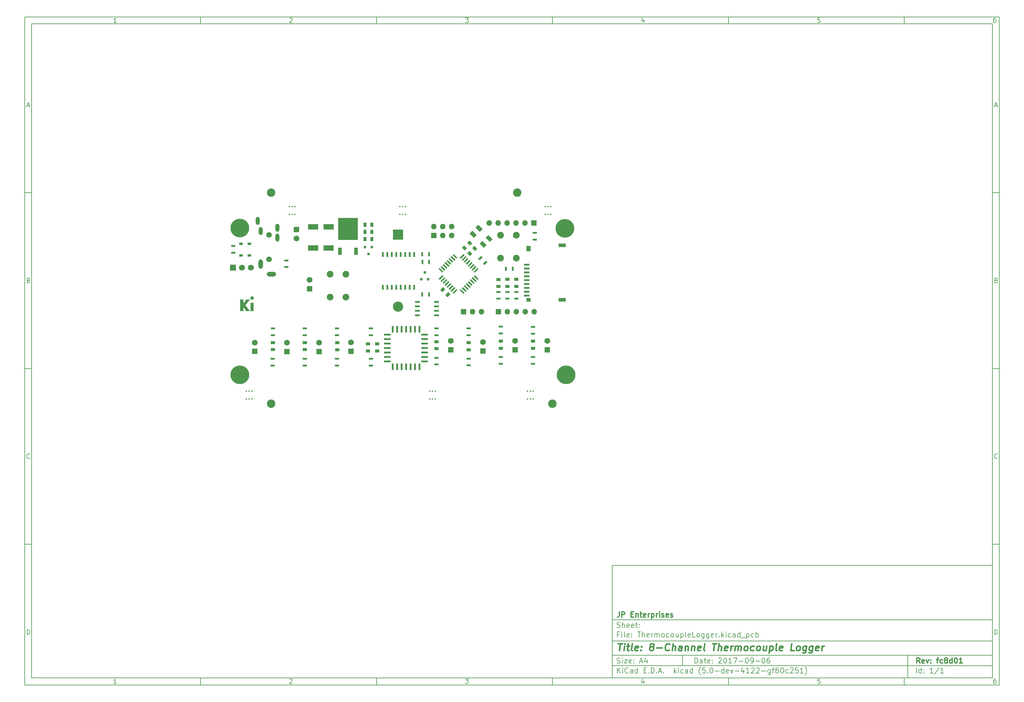
<source format=gts>
%TF.GenerationSoftware,KiCad,Pcbnew,(5.0-dev-4122-gf60c251)*%
%TF.CreationDate,2018-08-13T09:47:59+01:00*%
%TF.ProjectId,ThermocoupleLogger,546865726D6F636F75706C654C6F6767,fc8d01*%
%TF.SameCoordinates,Original*%
%TF.FileFunction,Soldermask,Top*%
%TF.FilePolarity,Negative*%
%FSLAX46Y46*%
G04 Gerber Fmt 4.6, Leading zero omitted, Abs format (unit mm)*
G04 Created by KiCad (PCBNEW (5.0-dev-4122-gf60c251)) date Monday, 13 August 2018 at 09:47:59*
%MOMM*%
%LPD*%
G01*
G04 APERTURE LIST*
%ADD10C,0.100000*%
%ADD11C,0.150000*%
%ADD12C,0.300000*%
%ADD13C,0.400000*%
%ADD14C,0.010000*%
%ADD15C,1.598400*%
%ADD16O,2.698400X1.298400*%
%ADD17O,1.298400X2.698400*%
%ADD18O,1.106400X2.314400*%
%ADD19C,1.898400*%
%ADD20R,0.598400X1.198400*%
%ADD21R,1.098400X0.798400*%
%ADD22R,2.898400X1.498400*%
%ADD23R,0.698400X0.798400*%
%ADD24C,0.698400*%
%ADD25C,5.298400*%
%ADD26C,1.098400*%
%ADD27R,1.648400X1.648400*%
%ADD28C,1.648400*%
%ADD29C,1.698400*%
%ADD30R,1.698400X1.698400*%
%ADD31C,0.398400*%
%ADD32C,2.398400*%
%ADD33C,0.448400*%
%ADD34R,1.498400X0.598400*%
%ADD35R,1.298400X1.098400*%
%ADD36R,1.298400X1.498400*%
%ADD37R,2.098400X1.098400*%
%ADD38O,1.598400X1.598400*%
%ADD39R,1.598400X1.598400*%
%ADD40R,2.898400X2.898400*%
%ADD41C,2.898400*%
%ADD42C,0.898400*%
%ADD43R,0.498400X1.398400*%
%ADD44R,1.148400X0.898400*%
%ADD45R,1.198400X0.598400*%
%ADD46R,0.598400X1.823400*%
%ADD47R,1.823400X0.598400*%
%ADD48R,0.898400X1.148400*%
%ADD49C,0.598400*%
%ADD50R,1.448400X0.498400*%
%ADD51R,5.698400X6.298400*%
%ADD52R,1.098400X2.098400*%
G04 APERTURE END LIST*
D10*
D11*
X177002200Y-166007200D02*
X177002200Y-198007200D01*
X285002200Y-198007200D01*
X285002200Y-166007200D01*
X177002200Y-166007200D01*
D10*
D11*
X10000000Y-10000000D02*
X10000000Y-200007200D01*
X287002200Y-200007200D01*
X287002200Y-10000000D01*
X10000000Y-10000000D01*
D10*
D11*
X12000000Y-12000000D02*
X12000000Y-198007200D01*
X285002200Y-198007200D01*
X285002200Y-12000000D01*
X12000000Y-12000000D01*
D10*
D11*
X60000000Y-12000000D02*
X60000000Y-10000000D01*
D10*
D11*
X110000000Y-12000000D02*
X110000000Y-10000000D01*
D10*
D11*
X160000000Y-12000000D02*
X160000000Y-10000000D01*
D10*
D11*
X210000000Y-12000000D02*
X210000000Y-10000000D01*
D10*
D11*
X260000000Y-12000000D02*
X260000000Y-10000000D01*
D10*
D11*
X36065476Y-11588095D02*
X35322619Y-11588095D01*
X35694047Y-11588095D02*
X35694047Y-10288095D01*
X35570238Y-10473809D01*
X35446428Y-10597619D01*
X35322619Y-10659523D01*
D10*
D11*
X85322619Y-10411904D02*
X85384523Y-10350000D01*
X85508333Y-10288095D01*
X85817857Y-10288095D01*
X85941666Y-10350000D01*
X86003571Y-10411904D01*
X86065476Y-10535714D01*
X86065476Y-10659523D01*
X86003571Y-10845238D01*
X85260714Y-11588095D01*
X86065476Y-11588095D01*
D10*
D11*
X135260714Y-10288095D02*
X136065476Y-10288095D01*
X135632142Y-10783333D01*
X135817857Y-10783333D01*
X135941666Y-10845238D01*
X136003571Y-10907142D01*
X136065476Y-11030952D01*
X136065476Y-11340476D01*
X136003571Y-11464285D01*
X135941666Y-11526190D01*
X135817857Y-11588095D01*
X135446428Y-11588095D01*
X135322619Y-11526190D01*
X135260714Y-11464285D01*
D10*
D11*
X185941666Y-10721428D02*
X185941666Y-11588095D01*
X185632142Y-10226190D02*
X185322619Y-11154761D01*
X186127380Y-11154761D01*
D10*
D11*
X236003571Y-10288095D02*
X235384523Y-10288095D01*
X235322619Y-10907142D01*
X235384523Y-10845238D01*
X235508333Y-10783333D01*
X235817857Y-10783333D01*
X235941666Y-10845238D01*
X236003571Y-10907142D01*
X236065476Y-11030952D01*
X236065476Y-11340476D01*
X236003571Y-11464285D01*
X235941666Y-11526190D01*
X235817857Y-11588095D01*
X235508333Y-11588095D01*
X235384523Y-11526190D01*
X235322619Y-11464285D01*
D10*
D11*
X285941666Y-10288095D02*
X285694047Y-10288095D01*
X285570238Y-10350000D01*
X285508333Y-10411904D01*
X285384523Y-10597619D01*
X285322619Y-10845238D01*
X285322619Y-11340476D01*
X285384523Y-11464285D01*
X285446428Y-11526190D01*
X285570238Y-11588095D01*
X285817857Y-11588095D01*
X285941666Y-11526190D01*
X286003571Y-11464285D01*
X286065476Y-11340476D01*
X286065476Y-11030952D01*
X286003571Y-10907142D01*
X285941666Y-10845238D01*
X285817857Y-10783333D01*
X285570238Y-10783333D01*
X285446428Y-10845238D01*
X285384523Y-10907142D01*
X285322619Y-11030952D01*
D10*
D11*
X60000000Y-198007200D02*
X60000000Y-200007200D01*
D10*
D11*
X110000000Y-198007200D02*
X110000000Y-200007200D01*
D10*
D11*
X160000000Y-198007200D02*
X160000000Y-200007200D01*
D10*
D11*
X210000000Y-198007200D02*
X210000000Y-200007200D01*
D10*
D11*
X260000000Y-198007200D02*
X260000000Y-200007200D01*
D10*
D11*
X36065476Y-199595295D02*
X35322619Y-199595295D01*
X35694047Y-199595295D02*
X35694047Y-198295295D01*
X35570238Y-198481009D01*
X35446428Y-198604819D01*
X35322619Y-198666723D01*
D10*
D11*
X85322619Y-198419104D02*
X85384523Y-198357200D01*
X85508333Y-198295295D01*
X85817857Y-198295295D01*
X85941666Y-198357200D01*
X86003571Y-198419104D01*
X86065476Y-198542914D01*
X86065476Y-198666723D01*
X86003571Y-198852438D01*
X85260714Y-199595295D01*
X86065476Y-199595295D01*
D10*
D11*
X135260714Y-198295295D02*
X136065476Y-198295295D01*
X135632142Y-198790533D01*
X135817857Y-198790533D01*
X135941666Y-198852438D01*
X136003571Y-198914342D01*
X136065476Y-199038152D01*
X136065476Y-199347676D01*
X136003571Y-199471485D01*
X135941666Y-199533390D01*
X135817857Y-199595295D01*
X135446428Y-199595295D01*
X135322619Y-199533390D01*
X135260714Y-199471485D01*
D10*
D11*
X185941666Y-198728628D02*
X185941666Y-199595295D01*
X185632142Y-198233390D02*
X185322619Y-199161961D01*
X186127380Y-199161961D01*
D10*
D11*
X236003571Y-198295295D02*
X235384523Y-198295295D01*
X235322619Y-198914342D01*
X235384523Y-198852438D01*
X235508333Y-198790533D01*
X235817857Y-198790533D01*
X235941666Y-198852438D01*
X236003571Y-198914342D01*
X236065476Y-199038152D01*
X236065476Y-199347676D01*
X236003571Y-199471485D01*
X235941666Y-199533390D01*
X235817857Y-199595295D01*
X235508333Y-199595295D01*
X235384523Y-199533390D01*
X235322619Y-199471485D01*
D10*
D11*
X285941666Y-198295295D02*
X285694047Y-198295295D01*
X285570238Y-198357200D01*
X285508333Y-198419104D01*
X285384523Y-198604819D01*
X285322619Y-198852438D01*
X285322619Y-199347676D01*
X285384523Y-199471485D01*
X285446428Y-199533390D01*
X285570238Y-199595295D01*
X285817857Y-199595295D01*
X285941666Y-199533390D01*
X286003571Y-199471485D01*
X286065476Y-199347676D01*
X286065476Y-199038152D01*
X286003571Y-198914342D01*
X285941666Y-198852438D01*
X285817857Y-198790533D01*
X285570238Y-198790533D01*
X285446428Y-198852438D01*
X285384523Y-198914342D01*
X285322619Y-199038152D01*
D10*
D11*
X10000000Y-60000000D02*
X12000000Y-60000000D01*
D10*
D11*
X10000000Y-110000000D02*
X12000000Y-110000000D01*
D10*
D11*
X10000000Y-160000000D02*
X12000000Y-160000000D01*
D10*
D11*
X10690476Y-35216666D02*
X11309523Y-35216666D01*
X10566666Y-35588095D02*
X11000000Y-34288095D01*
X11433333Y-35588095D01*
D10*
D11*
X11092857Y-84907142D02*
X11278571Y-84969047D01*
X11340476Y-85030952D01*
X11402380Y-85154761D01*
X11402380Y-85340476D01*
X11340476Y-85464285D01*
X11278571Y-85526190D01*
X11154761Y-85588095D01*
X10659523Y-85588095D01*
X10659523Y-84288095D01*
X11092857Y-84288095D01*
X11216666Y-84350000D01*
X11278571Y-84411904D01*
X11340476Y-84535714D01*
X11340476Y-84659523D01*
X11278571Y-84783333D01*
X11216666Y-84845238D01*
X11092857Y-84907142D01*
X10659523Y-84907142D01*
D10*
D11*
X11402380Y-135464285D02*
X11340476Y-135526190D01*
X11154761Y-135588095D01*
X11030952Y-135588095D01*
X10845238Y-135526190D01*
X10721428Y-135402380D01*
X10659523Y-135278571D01*
X10597619Y-135030952D01*
X10597619Y-134845238D01*
X10659523Y-134597619D01*
X10721428Y-134473809D01*
X10845238Y-134350000D01*
X11030952Y-134288095D01*
X11154761Y-134288095D01*
X11340476Y-134350000D01*
X11402380Y-134411904D01*
D10*
D11*
X10659523Y-185588095D02*
X10659523Y-184288095D01*
X10969047Y-184288095D01*
X11154761Y-184350000D01*
X11278571Y-184473809D01*
X11340476Y-184597619D01*
X11402380Y-184845238D01*
X11402380Y-185030952D01*
X11340476Y-185278571D01*
X11278571Y-185402380D01*
X11154761Y-185526190D01*
X10969047Y-185588095D01*
X10659523Y-185588095D01*
D10*
D11*
X287002200Y-60000000D02*
X285002200Y-60000000D01*
D10*
D11*
X287002200Y-110000000D02*
X285002200Y-110000000D01*
D10*
D11*
X287002200Y-160000000D02*
X285002200Y-160000000D01*
D10*
D11*
X285692676Y-35216666D02*
X286311723Y-35216666D01*
X285568866Y-35588095D02*
X286002200Y-34288095D01*
X286435533Y-35588095D01*
D10*
D11*
X286095057Y-84907142D02*
X286280771Y-84969047D01*
X286342676Y-85030952D01*
X286404580Y-85154761D01*
X286404580Y-85340476D01*
X286342676Y-85464285D01*
X286280771Y-85526190D01*
X286156961Y-85588095D01*
X285661723Y-85588095D01*
X285661723Y-84288095D01*
X286095057Y-84288095D01*
X286218866Y-84350000D01*
X286280771Y-84411904D01*
X286342676Y-84535714D01*
X286342676Y-84659523D01*
X286280771Y-84783333D01*
X286218866Y-84845238D01*
X286095057Y-84907142D01*
X285661723Y-84907142D01*
D10*
D11*
X286404580Y-135464285D02*
X286342676Y-135526190D01*
X286156961Y-135588095D01*
X286033152Y-135588095D01*
X285847438Y-135526190D01*
X285723628Y-135402380D01*
X285661723Y-135278571D01*
X285599819Y-135030952D01*
X285599819Y-134845238D01*
X285661723Y-134597619D01*
X285723628Y-134473809D01*
X285847438Y-134350000D01*
X286033152Y-134288095D01*
X286156961Y-134288095D01*
X286342676Y-134350000D01*
X286404580Y-134411904D01*
D10*
D11*
X285661723Y-185588095D02*
X285661723Y-184288095D01*
X285971247Y-184288095D01*
X286156961Y-184350000D01*
X286280771Y-184473809D01*
X286342676Y-184597619D01*
X286404580Y-184845238D01*
X286404580Y-185030952D01*
X286342676Y-185278571D01*
X286280771Y-185402380D01*
X286156961Y-185526190D01*
X285971247Y-185588095D01*
X285661723Y-185588095D01*
D10*
D11*
X200434342Y-193785771D02*
X200434342Y-192285771D01*
X200791485Y-192285771D01*
X201005771Y-192357200D01*
X201148628Y-192500057D01*
X201220057Y-192642914D01*
X201291485Y-192928628D01*
X201291485Y-193142914D01*
X201220057Y-193428628D01*
X201148628Y-193571485D01*
X201005771Y-193714342D01*
X200791485Y-193785771D01*
X200434342Y-193785771D01*
X202577200Y-193785771D02*
X202577200Y-193000057D01*
X202505771Y-192857200D01*
X202362914Y-192785771D01*
X202077200Y-192785771D01*
X201934342Y-192857200D01*
X202577200Y-193714342D02*
X202434342Y-193785771D01*
X202077200Y-193785771D01*
X201934342Y-193714342D01*
X201862914Y-193571485D01*
X201862914Y-193428628D01*
X201934342Y-193285771D01*
X202077200Y-193214342D01*
X202434342Y-193214342D01*
X202577200Y-193142914D01*
X203077200Y-192785771D02*
X203648628Y-192785771D01*
X203291485Y-192285771D02*
X203291485Y-193571485D01*
X203362914Y-193714342D01*
X203505771Y-193785771D01*
X203648628Y-193785771D01*
X204720057Y-193714342D02*
X204577200Y-193785771D01*
X204291485Y-193785771D01*
X204148628Y-193714342D01*
X204077200Y-193571485D01*
X204077200Y-193000057D01*
X204148628Y-192857200D01*
X204291485Y-192785771D01*
X204577200Y-192785771D01*
X204720057Y-192857200D01*
X204791485Y-193000057D01*
X204791485Y-193142914D01*
X204077200Y-193285771D01*
X205434342Y-193642914D02*
X205505771Y-193714342D01*
X205434342Y-193785771D01*
X205362914Y-193714342D01*
X205434342Y-193642914D01*
X205434342Y-193785771D01*
X205434342Y-192857200D02*
X205505771Y-192928628D01*
X205434342Y-193000057D01*
X205362914Y-192928628D01*
X205434342Y-192857200D01*
X205434342Y-193000057D01*
X207220057Y-192428628D02*
X207291485Y-192357200D01*
X207434342Y-192285771D01*
X207791485Y-192285771D01*
X207934342Y-192357200D01*
X208005771Y-192428628D01*
X208077200Y-192571485D01*
X208077200Y-192714342D01*
X208005771Y-192928628D01*
X207148628Y-193785771D01*
X208077200Y-193785771D01*
X209005771Y-192285771D02*
X209148628Y-192285771D01*
X209291485Y-192357200D01*
X209362914Y-192428628D01*
X209434342Y-192571485D01*
X209505771Y-192857200D01*
X209505771Y-193214342D01*
X209434342Y-193500057D01*
X209362914Y-193642914D01*
X209291485Y-193714342D01*
X209148628Y-193785771D01*
X209005771Y-193785771D01*
X208862914Y-193714342D01*
X208791485Y-193642914D01*
X208720057Y-193500057D01*
X208648628Y-193214342D01*
X208648628Y-192857200D01*
X208720057Y-192571485D01*
X208791485Y-192428628D01*
X208862914Y-192357200D01*
X209005771Y-192285771D01*
X210934342Y-193785771D02*
X210077200Y-193785771D01*
X210505771Y-193785771D02*
X210505771Y-192285771D01*
X210362914Y-192500057D01*
X210220057Y-192642914D01*
X210077200Y-192714342D01*
X211434342Y-192285771D02*
X212434342Y-192285771D01*
X211791485Y-193785771D01*
X213005771Y-193214342D02*
X214148628Y-193214342D01*
X215148628Y-192285771D02*
X215291485Y-192285771D01*
X215434342Y-192357200D01*
X215505771Y-192428628D01*
X215577200Y-192571485D01*
X215648628Y-192857200D01*
X215648628Y-193214342D01*
X215577200Y-193500057D01*
X215505771Y-193642914D01*
X215434342Y-193714342D01*
X215291485Y-193785771D01*
X215148628Y-193785771D01*
X215005771Y-193714342D01*
X214934342Y-193642914D01*
X214862914Y-193500057D01*
X214791485Y-193214342D01*
X214791485Y-192857200D01*
X214862914Y-192571485D01*
X214934342Y-192428628D01*
X215005771Y-192357200D01*
X215148628Y-192285771D01*
X216362914Y-193785771D02*
X216648628Y-193785771D01*
X216791485Y-193714342D01*
X216862914Y-193642914D01*
X217005771Y-193428628D01*
X217077200Y-193142914D01*
X217077200Y-192571485D01*
X217005771Y-192428628D01*
X216934342Y-192357200D01*
X216791485Y-192285771D01*
X216505771Y-192285771D01*
X216362914Y-192357200D01*
X216291485Y-192428628D01*
X216220057Y-192571485D01*
X216220057Y-192928628D01*
X216291485Y-193071485D01*
X216362914Y-193142914D01*
X216505771Y-193214342D01*
X216791485Y-193214342D01*
X216934342Y-193142914D01*
X217005771Y-193071485D01*
X217077200Y-192928628D01*
X217720057Y-193214342D02*
X218862914Y-193214342D01*
X219862914Y-192285771D02*
X220005771Y-192285771D01*
X220148628Y-192357200D01*
X220220057Y-192428628D01*
X220291485Y-192571485D01*
X220362914Y-192857200D01*
X220362914Y-193214342D01*
X220291485Y-193500057D01*
X220220057Y-193642914D01*
X220148628Y-193714342D01*
X220005771Y-193785771D01*
X219862914Y-193785771D01*
X219720057Y-193714342D01*
X219648628Y-193642914D01*
X219577200Y-193500057D01*
X219505771Y-193214342D01*
X219505771Y-192857200D01*
X219577200Y-192571485D01*
X219648628Y-192428628D01*
X219720057Y-192357200D01*
X219862914Y-192285771D01*
X221648628Y-192285771D02*
X221362914Y-192285771D01*
X221220057Y-192357200D01*
X221148628Y-192428628D01*
X221005771Y-192642914D01*
X220934342Y-192928628D01*
X220934342Y-193500057D01*
X221005771Y-193642914D01*
X221077200Y-193714342D01*
X221220057Y-193785771D01*
X221505771Y-193785771D01*
X221648628Y-193714342D01*
X221720057Y-193642914D01*
X221791485Y-193500057D01*
X221791485Y-193142914D01*
X221720057Y-193000057D01*
X221648628Y-192928628D01*
X221505771Y-192857200D01*
X221220057Y-192857200D01*
X221077200Y-192928628D01*
X221005771Y-193000057D01*
X220934342Y-193142914D01*
D10*
D11*
X177002200Y-194507200D02*
X285002200Y-194507200D01*
D10*
D11*
X178434342Y-196585771D02*
X178434342Y-195085771D01*
X179291485Y-196585771D02*
X178648628Y-195728628D01*
X179291485Y-195085771D02*
X178434342Y-195942914D01*
X179934342Y-196585771D02*
X179934342Y-195585771D01*
X179934342Y-195085771D02*
X179862914Y-195157200D01*
X179934342Y-195228628D01*
X180005771Y-195157200D01*
X179934342Y-195085771D01*
X179934342Y-195228628D01*
X181505771Y-196442914D02*
X181434342Y-196514342D01*
X181220057Y-196585771D01*
X181077200Y-196585771D01*
X180862914Y-196514342D01*
X180720057Y-196371485D01*
X180648628Y-196228628D01*
X180577200Y-195942914D01*
X180577200Y-195728628D01*
X180648628Y-195442914D01*
X180720057Y-195300057D01*
X180862914Y-195157200D01*
X181077200Y-195085771D01*
X181220057Y-195085771D01*
X181434342Y-195157200D01*
X181505771Y-195228628D01*
X182791485Y-196585771D02*
X182791485Y-195800057D01*
X182720057Y-195657200D01*
X182577200Y-195585771D01*
X182291485Y-195585771D01*
X182148628Y-195657200D01*
X182791485Y-196514342D02*
X182648628Y-196585771D01*
X182291485Y-196585771D01*
X182148628Y-196514342D01*
X182077200Y-196371485D01*
X182077200Y-196228628D01*
X182148628Y-196085771D01*
X182291485Y-196014342D01*
X182648628Y-196014342D01*
X182791485Y-195942914D01*
X184148628Y-196585771D02*
X184148628Y-195085771D01*
X184148628Y-196514342D02*
X184005771Y-196585771D01*
X183720057Y-196585771D01*
X183577200Y-196514342D01*
X183505771Y-196442914D01*
X183434342Y-196300057D01*
X183434342Y-195871485D01*
X183505771Y-195728628D01*
X183577200Y-195657200D01*
X183720057Y-195585771D01*
X184005771Y-195585771D01*
X184148628Y-195657200D01*
X186005771Y-195800057D02*
X186505771Y-195800057D01*
X186720057Y-196585771D02*
X186005771Y-196585771D01*
X186005771Y-195085771D01*
X186720057Y-195085771D01*
X187362914Y-196442914D02*
X187434342Y-196514342D01*
X187362914Y-196585771D01*
X187291485Y-196514342D01*
X187362914Y-196442914D01*
X187362914Y-196585771D01*
X188077200Y-196585771D02*
X188077200Y-195085771D01*
X188434342Y-195085771D01*
X188648628Y-195157200D01*
X188791485Y-195300057D01*
X188862914Y-195442914D01*
X188934342Y-195728628D01*
X188934342Y-195942914D01*
X188862914Y-196228628D01*
X188791485Y-196371485D01*
X188648628Y-196514342D01*
X188434342Y-196585771D01*
X188077200Y-196585771D01*
X189577200Y-196442914D02*
X189648628Y-196514342D01*
X189577200Y-196585771D01*
X189505771Y-196514342D01*
X189577200Y-196442914D01*
X189577200Y-196585771D01*
X190220057Y-196157200D02*
X190934342Y-196157200D01*
X190077200Y-196585771D02*
X190577200Y-195085771D01*
X191077200Y-196585771D01*
X191577200Y-196442914D02*
X191648628Y-196514342D01*
X191577200Y-196585771D01*
X191505771Y-196514342D01*
X191577200Y-196442914D01*
X191577200Y-196585771D01*
X194577200Y-196585771D02*
X194577200Y-195085771D01*
X194720057Y-196014342D02*
X195148628Y-196585771D01*
X195148628Y-195585771D02*
X194577200Y-196157200D01*
X195791485Y-196585771D02*
X195791485Y-195585771D01*
X195791485Y-195085771D02*
X195720057Y-195157200D01*
X195791485Y-195228628D01*
X195862914Y-195157200D01*
X195791485Y-195085771D01*
X195791485Y-195228628D01*
X197148628Y-196514342D02*
X197005771Y-196585771D01*
X196720057Y-196585771D01*
X196577200Y-196514342D01*
X196505771Y-196442914D01*
X196434342Y-196300057D01*
X196434342Y-195871485D01*
X196505771Y-195728628D01*
X196577200Y-195657200D01*
X196720057Y-195585771D01*
X197005771Y-195585771D01*
X197148628Y-195657200D01*
X198434342Y-196585771D02*
X198434342Y-195800057D01*
X198362914Y-195657200D01*
X198220057Y-195585771D01*
X197934342Y-195585771D01*
X197791485Y-195657200D01*
X198434342Y-196514342D02*
X198291485Y-196585771D01*
X197934342Y-196585771D01*
X197791485Y-196514342D01*
X197720057Y-196371485D01*
X197720057Y-196228628D01*
X197791485Y-196085771D01*
X197934342Y-196014342D01*
X198291485Y-196014342D01*
X198434342Y-195942914D01*
X199791485Y-196585771D02*
X199791485Y-195085771D01*
X199791485Y-196514342D02*
X199648628Y-196585771D01*
X199362914Y-196585771D01*
X199220057Y-196514342D01*
X199148628Y-196442914D01*
X199077200Y-196300057D01*
X199077200Y-195871485D01*
X199148628Y-195728628D01*
X199220057Y-195657200D01*
X199362914Y-195585771D01*
X199648628Y-195585771D01*
X199791485Y-195657200D01*
X202077200Y-197157200D02*
X202005771Y-197085771D01*
X201862914Y-196871485D01*
X201791485Y-196728628D01*
X201720057Y-196514342D01*
X201648628Y-196157200D01*
X201648628Y-195871485D01*
X201720057Y-195514342D01*
X201791485Y-195300057D01*
X201862914Y-195157200D01*
X202005771Y-194942914D01*
X202077200Y-194871485D01*
X203362914Y-195085771D02*
X202648628Y-195085771D01*
X202577200Y-195800057D01*
X202648628Y-195728628D01*
X202791485Y-195657200D01*
X203148628Y-195657200D01*
X203291485Y-195728628D01*
X203362914Y-195800057D01*
X203434342Y-195942914D01*
X203434342Y-196300057D01*
X203362914Y-196442914D01*
X203291485Y-196514342D01*
X203148628Y-196585771D01*
X202791485Y-196585771D01*
X202648628Y-196514342D01*
X202577200Y-196442914D01*
X204077200Y-196442914D02*
X204148628Y-196514342D01*
X204077200Y-196585771D01*
X204005771Y-196514342D01*
X204077200Y-196442914D01*
X204077200Y-196585771D01*
X205077200Y-195085771D02*
X205220057Y-195085771D01*
X205362914Y-195157200D01*
X205434342Y-195228628D01*
X205505771Y-195371485D01*
X205577200Y-195657200D01*
X205577200Y-196014342D01*
X205505771Y-196300057D01*
X205434342Y-196442914D01*
X205362914Y-196514342D01*
X205220057Y-196585771D01*
X205077200Y-196585771D01*
X204934342Y-196514342D01*
X204862914Y-196442914D01*
X204791485Y-196300057D01*
X204720057Y-196014342D01*
X204720057Y-195657200D01*
X204791485Y-195371485D01*
X204862914Y-195228628D01*
X204934342Y-195157200D01*
X205077200Y-195085771D01*
X206220057Y-196014342D02*
X207362914Y-196014342D01*
X208720057Y-196585771D02*
X208720057Y-195085771D01*
X208720057Y-196514342D02*
X208577200Y-196585771D01*
X208291485Y-196585771D01*
X208148628Y-196514342D01*
X208077200Y-196442914D01*
X208005771Y-196300057D01*
X208005771Y-195871485D01*
X208077200Y-195728628D01*
X208148628Y-195657200D01*
X208291485Y-195585771D01*
X208577200Y-195585771D01*
X208720057Y-195657200D01*
X210005771Y-196514342D02*
X209862914Y-196585771D01*
X209577200Y-196585771D01*
X209434342Y-196514342D01*
X209362914Y-196371485D01*
X209362914Y-195800057D01*
X209434342Y-195657200D01*
X209577200Y-195585771D01*
X209862914Y-195585771D01*
X210005771Y-195657200D01*
X210077200Y-195800057D01*
X210077200Y-195942914D01*
X209362914Y-196085771D01*
X210577200Y-195585771D02*
X210934342Y-196585771D01*
X211291485Y-195585771D01*
X211862914Y-196014342D02*
X213005771Y-196014342D01*
X214362914Y-195585771D02*
X214362914Y-196585771D01*
X214005771Y-195014342D02*
X213648628Y-196085771D01*
X214577200Y-196085771D01*
X215934342Y-196585771D02*
X215077200Y-196585771D01*
X215505771Y-196585771D02*
X215505771Y-195085771D01*
X215362914Y-195300057D01*
X215220057Y-195442914D01*
X215077200Y-195514342D01*
X216505771Y-195228628D02*
X216577200Y-195157200D01*
X216720057Y-195085771D01*
X217077200Y-195085771D01*
X217220057Y-195157200D01*
X217291485Y-195228628D01*
X217362914Y-195371485D01*
X217362914Y-195514342D01*
X217291485Y-195728628D01*
X216434342Y-196585771D01*
X217362914Y-196585771D01*
X217934342Y-195228628D02*
X218005771Y-195157200D01*
X218148628Y-195085771D01*
X218505771Y-195085771D01*
X218648628Y-195157200D01*
X218720057Y-195228628D01*
X218791485Y-195371485D01*
X218791485Y-195514342D01*
X218720057Y-195728628D01*
X217862914Y-196585771D01*
X218791485Y-196585771D01*
X219434342Y-196014342D02*
X220577200Y-196014342D01*
X221934342Y-195585771D02*
X221934342Y-196800057D01*
X221862914Y-196942914D01*
X221791485Y-197014342D01*
X221648628Y-197085771D01*
X221434342Y-197085771D01*
X221291485Y-197014342D01*
X221934342Y-196514342D02*
X221791485Y-196585771D01*
X221505771Y-196585771D01*
X221362914Y-196514342D01*
X221291485Y-196442914D01*
X221220057Y-196300057D01*
X221220057Y-195871485D01*
X221291485Y-195728628D01*
X221362914Y-195657200D01*
X221505771Y-195585771D01*
X221791485Y-195585771D01*
X221934342Y-195657200D01*
X222434342Y-195585771D02*
X223005771Y-195585771D01*
X222648628Y-196585771D02*
X222648628Y-195300057D01*
X222720057Y-195157200D01*
X222862914Y-195085771D01*
X223005771Y-195085771D01*
X224148628Y-195085771D02*
X223862914Y-195085771D01*
X223720057Y-195157200D01*
X223648628Y-195228628D01*
X223505771Y-195442914D01*
X223434342Y-195728628D01*
X223434342Y-196300057D01*
X223505771Y-196442914D01*
X223577200Y-196514342D01*
X223720057Y-196585771D01*
X224005771Y-196585771D01*
X224148628Y-196514342D01*
X224220057Y-196442914D01*
X224291485Y-196300057D01*
X224291485Y-195942914D01*
X224220057Y-195800057D01*
X224148628Y-195728628D01*
X224005771Y-195657200D01*
X223720057Y-195657200D01*
X223577200Y-195728628D01*
X223505771Y-195800057D01*
X223434342Y-195942914D01*
X225220057Y-195085771D02*
X225362914Y-195085771D01*
X225505771Y-195157200D01*
X225577200Y-195228628D01*
X225648628Y-195371485D01*
X225720057Y-195657200D01*
X225720057Y-196014342D01*
X225648628Y-196300057D01*
X225577200Y-196442914D01*
X225505771Y-196514342D01*
X225362914Y-196585771D01*
X225220057Y-196585771D01*
X225077200Y-196514342D01*
X225005771Y-196442914D01*
X224934342Y-196300057D01*
X224862914Y-196014342D01*
X224862914Y-195657200D01*
X224934342Y-195371485D01*
X225005771Y-195228628D01*
X225077200Y-195157200D01*
X225220057Y-195085771D01*
X227005771Y-196514342D02*
X226862914Y-196585771D01*
X226577200Y-196585771D01*
X226434342Y-196514342D01*
X226362914Y-196442914D01*
X226291485Y-196300057D01*
X226291485Y-195871485D01*
X226362914Y-195728628D01*
X226434342Y-195657200D01*
X226577200Y-195585771D01*
X226862914Y-195585771D01*
X227005771Y-195657200D01*
X227577199Y-195228628D02*
X227648628Y-195157200D01*
X227791485Y-195085771D01*
X228148628Y-195085771D01*
X228291485Y-195157200D01*
X228362914Y-195228628D01*
X228434342Y-195371485D01*
X228434342Y-195514342D01*
X228362914Y-195728628D01*
X227505771Y-196585771D01*
X228434342Y-196585771D01*
X229791485Y-195085771D02*
X229077199Y-195085771D01*
X229005771Y-195800057D01*
X229077199Y-195728628D01*
X229220057Y-195657200D01*
X229577199Y-195657200D01*
X229720057Y-195728628D01*
X229791485Y-195800057D01*
X229862914Y-195942914D01*
X229862914Y-196300057D01*
X229791485Y-196442914D01*
X229720057Y-196514342D01*
X229577199Y-196585771D01*
X229220057Y-196585771D01*
X229077199Y-196514342D01*
X229005771Y-196442914D01*
X231291485Y-196585771D02*
X230434342Y-196585771D01*
X230862914Y-196585771D02*
X230862914Y-195085771D01*
X230720057Y-195300057D01*
X230577199Y-195442914D01*
X230434342Y-195514342D01*
X231791485Y-197157200D02*
X231862914Y-197085771D01*
X232005771Y-196871485D01*
X232077199Y-196728628D01*
X232148628Y-196514342D01*
X232220057Y-196157200D01*
X232220057Y-195871485D01*
X232148628Y-195514342D01*
X232077199Y-195300057D01*
X232005771Y-195157200D01*
X231862914Y-194942914D01*
X231791485Y-194871485D01*
D10*
D11*
X177002200Y-191507200D02*
X285002200Y-191507200D01*
D10*
D12*
X264411485Y-193785771D02*
X263911485Y-193071485D01*
X263554342Y-193785771D02*
X263554342Y-192285771D01*
X264125771Y-192285771D01*
X264268628Y-192357200D01*
X264340057Y-192428628D01*
X264411485Y-192571485D01*
X264411485Y-192785771D01*
X264340057Y-192928628D01*
X264268628Y-193000057D01*
X264125771Y-193071485D01*
X263554342Y-193071485D01*
X265625771Y-193714342D02*
X265482914Y-193785771D01*
X265197200Y-193785771D01*
X265054342Y-193714342D01*
X264982914Y-193571485D01*
X264982914Y-193000057D01*
X265054342Y-192857200D01*
X265197200Y-192785771D01*
X265482914Y-192785771D01*
X265625771Y-192857200D01*
X265697200Y-193000057D01*
X265697200Y-193142914D01*
X264982914Y-193285771D01*
X266197200Y-192785771D02*
X266554342Y-193785771D01*
X266911485Y-192785771D01*
X267482914Y-193642914D02*
X267554342Y-193714342D01*
X267482914Y-193785771D01*
X267411485Y-193714342D01*
X267482914Y-193642914D01*
X267482914Y-193785771D01*
X267482914Y-192857200D02*
X267554342Y-192928628D01*
X267482914Y-193000057D01*
X267411485Y-192928628D01*
X267482914Y-192857200D01*
X267482914Y-193000057D01*
X269125771Y-192785771D02*
X269697200Y-192785771D01*
X269340057Y-193785771D02*
X269340057Y-192500057D01*
X269411485Y-192357200D01*
X269554342Y-192285771D01*
X269697200Y-192285771D01*
X270840057Y-193714342D02*
X270697200Y-193785771D01*
X270411485Y-193785771D01*
X270268628Y-193714342D01*
X270197200Y-193642914D01*
X270125771Y-193500057D01*
X270125771Y-193071485D01*
X270197200Y-192928628D01*
X270268628Y-192857200D01*
X270411485Y-192785771D01*
X270697200Y-192785771D01*
X270840057Y-192857200D01*
X271697200Y-192928628D02*
X271554342Y-192857200D01*
X271482914Y-192785771D01*
X271411485Y-192642914D01*
X271411485Y-192571485D01*
X271482914Y-192428628D01*
X271554342Y-192357200D01*
X271697200Y-192285771D01*
X271982914Y-192285771D01*
X272125771Y-192357200D01*
X272197200Y-192428628D01*
X272268628Y-192571485D01*
X272268628Y-192642914D01*
X272197200Y-192785771D01*
X272125771Y-192857200D01*
X271982914Y-192928628D01*
X271697200Y-192928628D01*
X271554342Y-193000057D01*
X271482914Y-193071485D01*
X271411485Y-193214342D01*
X271411485Y-193500057D01*
X271482914Y-193642914D01*
X271554342Y-193714342D01*
X271697200Y-193785771D01*
X271982914Y-193785771D01*
X272125771Y-193714342D01*
X272197200Y-193642914D01*
X272268628Y-193500057D01*
X272268628Y-193214342D01*
X272197200Y-193071485D01*
X272125771Y-193000057D01*
X271982914Y-192928628D01*
X273554342Y-193785771D02*
X273554342Y-192285771D01*
X273554342Y-193714342D02*
X273411485Y-193785771D01*
X273125771Y-193785771D01*
X272982914Y-193714342D01*
X272911485Y-193642914D01*
X272840057Y-193500057D01*
X272840057Y-193071485D01*
X272911485Y-192928628D01*
X272982914Y-192857200D01*
X273125771Y-192785771D01*
X273411485Y-192785771D01*
X273554342Y-192857200D01*
X274554342Y-192285771D02*
X274697200Y-192285771D01*
X274840057Y-192357200D01*
X274911485Y-192428628D01*
X274982914Y-192571485D01*
X275054342Y-192857200D01*
X275054342Y-193214342D01*
X274982914Y-193500057D01*
X274911485Y-193642914D01*
X274840057Y-193714342D01*
X274697200Y-193785771D01*
X274554342Y-193785771D01*
X274411485Y-193714342D01*
X274340057Y-193642914D01*
X274268628Y-193500057D01*
X274197200Y-193214342D01*
X274197200Y-192857200D01*
X274268628Y-192571485D01*
X274340057Y-192428628D01*
X274411485Y-192357200D01*
X274554342Y-192285771D01*
X276482914Y-193785771D02*
X275625771Y-193785771D01*
X276054342Y-193785771D02*
X276054342Y-192285771D01*
X275911485Y-192500057D01*
X275768628Y-192642914D01*
X275625771Y-192714342D01*
D10*
D11*
X178362914Y-193714342D02*
X178577200Y-193785771D01*
X178934342Y-193785771D01*
X179077200Y-193714342D01*
X179148628Y-193642914D01*
X179220057Y-193500057D01*
X179220057Y-193357200D01*
X179148628Y-193214342D01*
X179077200Y-193142914D01*
X178934342Y-193071485D01*
X178648628Y-193000057D01*
X178505771Y-192928628D01*
X178434342Y-192857200D01*
X178362914Y-192714342D01*
X178362914Y-192571485D01*
X178434342Y-192428628D01*
X178505771Y-192357200D01*
X178648628Y-192285771D01*
X179005771Y-192285771D01*
X179220057Y-192357200D01*
X179862914Y-193785771D02*
X179862914Y-192785771D01*
X179862914Y-192285771D02*
X179791485Y-192357200D01*
X179862914Y-192428628D01*
X179934342Y-192357200D01*
X179862914Y-192285771D01*
X179862914Y-192428628D01*
X180434342Y-192785771D02*
X181220057Y-192785771D01*
X180434342Y-193785771D01*
X181220057Y-193785771D01*
X182362914Y-193714342D02*
X182220057Y-193785771D01*
X181934342Y-193785771D01*
X181791485Y-193714342D01*
X181720057Y-193571485D01*
X181720057Y-193000057D01*
X181791485Y-192857200D01*
X181934342Y-192785771D01*
X182220057Y-192785771D01*
X182362914Y-192857200D01*
X182434342Y-193000057D01*
X182434342Y-193142914D01*
X181720057Y-193285771D01*
X183077200Y-193642914D02*
X183148628Y-193714342D01*
X183077200Y-193785771D01*
X183005771Y-193714342D01*
X183077200Y-193642914D01*
X183077200Y-193785771D01*
X183077200Y-192857200D02*
X183148628Y-192928628D01*
X183077200Y-193000057D01*
X183005771Y-192928628D01*
X183077200Y-192857200D01*
X183077200Y-193000057D01*
X184862914Y-193357200D02*
X185577200Y-193357200D01*
X184720057Y-193785771D02*
X185220057Y-192285771D01*
X185720057Y-193785771D01*
X186862914Y-192785771D02*
X186862914Y-193785771D01*
X186505771Y-192214342D02*
X186148628Y-193285771D01*
X187077200Y-193285771D01*
D10*
D11*
X263434342Y-196585771D02*
X263434342Y-195085771D01*
X264791485Y-196585771D02*
X264791485Y-195085771D01*
X264791485Y-196514342D02*
X264648628Y-196585771D01*
X264362914Y-196585771D01*
X264220057Y-196514342D01*
X264148628Y-196442914D01*
X264077200Y-196300057D01*
X264077200Y-195871485D01*
X264148628Y-195728628D01*
X264220057Y-195657200D01*
X264362914Y-195585771D01*
X264648628Y-195585771D01*
X264791485Y-195657200D01*
X265505771Y-196442914D02*
X265577200Y-196514342D01*
X265505771Y-196585771D01*
X265434342Y-196514342D01*
X265505771Y-196442914D01*
X265505771Y-196585771D01*
X265505771Y-195657200D02*
X265577200Y-195728628D01*
X265505771Y-195800057D01*
X265434342Y-195728628D01*
X265505771Y-195657200D01*
X265505771Y-195800057D01*
X268148628Y-196585771D02*
X267291485Y-196585771D01*
X267720057Y-196585771D02*
X267720057Y-195085771D01*
X267577200Y-195300057D01*
X267434342Y-195442914D01*
X267291485Y-195514342D01*
X269862914Y-195014342D02*
X268577200Y-196942914D01*
X271148628Y-196585771D02*
X270291485Y-196585771D01*
X270720057Y-196585771D02*
X270720057Y-195085771D01*
X270577200Y-195300057D01*
X270434342Y-195442914D01*
X270291485Y-195514342D01*
D10*
D11*
X177002200Y-187507200D02*
X285002200Y-187507200D01*
D10*
D13*
X178714580Y-188211961D02*
X179857438Y-188211961D01*
X179036009Y-190211961D02*
X179286009Y-188211961D01*
X180274104Y-190211961D02*
X180440771Y-188878628D01*
X180524104Y-188211961D02*
X180416961Y-188307200D01*
X180500295Y-188402438D01*
X180607438Y-188307200D01*
X180524104Y-188211961D01*
X180500295Y-188402438D01*
X181107438Y-188878628D02*
X181869342Y-188878628D01*
X181476485Y-188211961D02*
X181262200Y-189926247D01*
X181333628Y-190116723D01*
X181512200Y-190211961D01*
X181702676Y-190211961D01*
X182655057Y-190211961D02*
X182476485Y-190116723D01*
X182405057Y-189926247D01*
X182619342Y-188211961D01*
X184190771Y-190116723D02*
X183988390Y-190211961D01*
X183607438Y-190211961D01*
X183428866Y-190116723D01*
X183357438Y-189926247D01*
X183452676Y-189164342D01*
X183571723Y-188973866D01*
X183774104Y-188878628D01*
X184155057Y-188878628D01*
X184333628Y-188973866D01*
X184405057Y-189164342D01*
X184381247Y-189354819D01*
X183405057Y-189545295D01*
X185155057Y-190021485D02*
X185238390Y-190116723D01*
X185131247Y-190211961D01*
X185047914Y-190116723D01*
X185155057Y-190021485D01*
X185131247Y-190211961D01*
X185286009Y-188973866D02*
X185369342Y-189069104D01*
X185262200Y-189164342D01*
X185178866Y-189069104D01*
X185286009Y-188973866D01*
X185262200Y-189164342D01*
X188036009Y-189069104D02*
X187857438Y-188973866D01*
X187774104Y-188878628D01*
X187702676Y-188688152D01*
X187714580Y-188592914D01*
X187833628Y-188402438D01*
X187940771Y-188307200D01*
X188143152Y-188211961D01*
X188524104Y-188211961D01*
X188702676Y-188307200D01*
X188786009Y-188402438D01*
X188857438Y-188592914D01*
X188845533Y-188688152D01*
X188726485Y-188878628D01*
X188619342Y-188973866D01*
X188416961Y-189069104D01*
X188036009Y-189069104D01*
X187833628Y-189164342D01*
X187726485Y-189259580D01*
X187607438Y-189450057D01*
X187559819Y-189831009D01*
X187631247Y-190021485D01*
X187714580Y-190116723D01*
X187893152Y-190211961D01*
X188274104Y-190211961D01*
X188476485Y-190116723D01*
X188583628Y-190021485D01*
X188702676Y-189831009D01*
X188750295Y-189450057D01*
X188678866Y-189259580D01*
X188595533Y-189164342D01*
X188416961Y-189069104D01*
X189607438Y-189450057D02*
X191131247Y-189450057D01*
X193155057Y-190021485D02*
X193047914Y-190116723D01*
X192750295Y-190211961D01*
X192559819Y-190211961D01*
X192286009Y-190116723D01*
X192119342Y-189926247D01*
X192047914Y-189735771D01*
X192000295Y-189354819D01*
X192036009Y-189069104D01*
X192178866Y-188688152D01*
X192297914Y-188497676D01*
X192512200Y-188307200D01*
X192809819Y-188211961D01*
X193000295Y-188211961D01*
X193274104Y-188307200D01*
X193357438Y-188402438D01*
X193988390Y-190211961D02*
X194238390Y-188211961D01*
X194845533Y-190211961D02*
X194976485Y-189164342D01*
X194905057Y-188973866D01*
X194726485Y-188878628D01*
X194440771Y-188878628D01*
X194238390Y-188973866D01*
X194131247Y-189069104D01*
X196655057Y-190211961D02*
X196786009Y-189164342D01*
X196714580Y-188973866D01*
X196536009Y-188878628D01*
X196155057Y-188878628D01*
X195952676Y-188973866D01*
X196666961Y-190116723D02*
X196464580Y-190211961D01*
X195988390Y-190211961D01*
X195809819Y-190116723D01*
X195738390Y-189926247D01*
X195762200Y-189735771D01*
X195881247Y-189545295D01*
X196083628Y-189450057D01*
X196559819Y-189450057D01*
X196762200Y-189354819D01*
X197774104Y-188878628D02*
X197607438Y-190211961D01*
X197750295Y-189069104D02*
X197857438Y-188973866D01*
X198059819Y-188878628D01*
X198345533Y-188878628D01*
X198524104Y-188973866D01*
X198595533Y-189164342D01*
X198464580Y-190211961D01*
X199583628Y-188878628D02*
X199416961Y-190211961D01*
X199559819Y-189069104D02*
X199666961Y-188973866D01*
X199869342Y-188878628D01*
X200155057Y-188878628D01*
X200333628Y-188973866D01*
X200405057Y-189164342D01*
X200274104Y-190211961D01*
X202000295Y-190116723D02*
X201797914Y-190211961D01*
X201416961Y-190211961D01*
X201238390Y-190116723D01*
X201166961Y-189926247D01*
X201262200Y-189164342D01*
X201381247Y-188973866D01*
X201583628Y-188878628D01*
X201964580Y-188878628D01*
X202143152Y-188973866D01*
X202214580Y-189164342D01*
X202190771Y-189354819D01*
X201214580Y-189545295D01*
X203226485Y-190211961D02*
X203047914Y-190116723D01*
X202976485Y-189926247D01*
X203190771Y-188211961D01*
X205476485Y-188211961D02*
X206619342Y-188211961D01*
X205797914Y-190211961D02*
X206047914Y-188211961D01*
X207036009Y-190211961D02*
X207286009Y-188211961D01*
X207893152Y-190211961D02*
X208024104Y-189164342D01*
X207952676Y-188973866D01*
X207774104Y-188878628D01*
X207488390Y-188878628D01*
X207286009Y-188973866D01*
X207178866Y-189069104D01*
X209619342Y-190116723D02*
X209416961Y-190211961D01*
X209036009Y-190211961D01*
X208857438Y-190116723D01*
X208786009Y-189926247D01*
X208881247Y-189164342D01*
X209000295Y-188973866D01*
X209202676Y-188878628D01*
X209583628Y-188878628D01*
X209762200Y-188973866D01*
X209833628Y-189164342D01*
X209809819Y-189354819D01*
X208833628Y-189545295D01*
X210559819Y-190211961D02*
X210726485Y-188878628D01*
X210678866Y-189259580D02*
X210797914Y-189069104D01*
X210905057Y-188973866D01*
X211107438Y-188878628D01*
X211297914Y-188878628D01*
X211797914Y-190211961D02*
X211964580Y-188878628D01*
X211940771Y-189069104D02*
X212047914Y-188973866D01*
X212250295Y-188878628D01*
X212536009Y-188878628D01*
X212714580Y-188973866D01*
X212786009Y-189164342D01*
X212655057Y-190211961D01*
X212786009Y-189164342D02*
X212905057Y-188973866D01*
X213107438Y-188878628D01*
X213393152Y-188878628D01*
X213571723Y-188973866D01*
X213643152Y-189164342D01*
X213512200Y-190211961D01*
X214750295Y-190211961D02*
X214571723Y-190116723D01*
X214488390Y-190021485D01*
X214416961Y-189831009D01*
X214488390Y-189259580D01*
X214607438Y-189069104D01*
X214714580Y-188973866D01*
X214916961Y-188878628D01*
X215202676Y-188878628D01*
X215381247Y-188973866D01*
X215464580Y-189069104D01*
X215536009Y-189259580D01*
X215464580Y-189831009D01*
X215345533Y-190021485D01*
X215238390Y-190116723D01*
X215036009Y-190211961D01*
X214750295Y-190211961D01*
X217143152Y-190116723D02*
X216940771Y-190211961D01*
X216559819Y-190211961D01*
X216381247Y-190116723D01*
X216297914Y-190021485D01*
X216226485Y-189831009D01*
X216297914Y-189259580D01*
X216416961Y-189069104D01*
X216524104Y-188973866D01*
X216726485Y-188878628D01*
X217107438Y-188878628D01*
X217286009Y-188973866D01*
X218274104Y-190211961D02*
X218095533Y-190116723D01*
X218012200Y-190021485D01*
X217940771Y-189831009D01*
X218012200Y-189259580D01*
X218131247Y-189069104D01*
X218238390Y-188973866D01*
X218440771Y-188878628D01*
X218726485Y-188878628D01*
X218905057Y-188973866D01*
X218988390Y-189069104D01*
X219059819Y-189259580D01*
X218988390Y-189831009D01*
X218869342Y-190021485D01*
X218762200Y-190116723D01*
X218559819Y-190211961D01*
X218274104Y-190211961D01*
X220821723Y-188878628D02*
X220655057Y-190211961D01*
X219964580Y-188878628D02*
X219833628Y-189926247D01*
X219905057Y-190116723D01*
X220083628Y-190211961D01*
X220369342Y-190211961D01*
X220571723Y-190116723D01*
X220678866Y-190021485D01*
X221774104Y-188878628D02*
X221524104Y-190878628D01*
X221762200Y-188973866D02*
X221964580Y-188878628D01*
X222345533Y-188878628D01*
X222524104Y-188973866D01*
X222607438Y-189069104D01*
X222678866Y-189259580D01*
X222607438Y-189831009D01*
X222488390Y-190021485D01*
X222381247Y-190116723D01*
X222178866Y-190211961D01*
X221797914Y-190211961D01*
X221619342Y-190116723D01*
X223702676Y-190211961D02*
X223524104Y-190116723D01*
X223452676Y-189926247D01*
X223666961Y-188211961D01*
X225238390Y-190116723D02*
X225036009Y-190211961D01*
X224655057Y-190211961D01*
X224476485Y-190116723D01*
X224405057Y-189926247D01*
X224500295Y-189164342D01*
X224619342Y-188973866D01*
X224821723Y-188878628D01*
X225202676Y-188878628D01*
X225381247Y-188973866D01*
X225452676Y-189164342D01*
X225428866Y-189354819D01*
X224452676Y-189545295D01*
X228655057Y-190211961D02*
X227702676Y-190211961D01*
X227952676Y-188211961D01*
X229607438Y-190211961D02*
X229428866Y-190116723D01*
X229345533Y-190021485D01*
X229274104Y-189831009D01*
X229345533Y-189259580D01*
X229464580Y-189069104D01*
X229571723Y-188973866D01*
X229774104Y-188878628D01*
X230059819Y-188878628D01*
X230238390Y-188973866D01*
X230321723Y-189069104D01*
X230393152Y-189259580D01*
X230321723Y-189831009D01*
X230202676Y-190021485D01*
X230095533Y-190116723D01*
X229893152Y-190211961D01*
X229607438Y-190211961D01*
X232155057Y-188878628D02*
X231952676Y-190497676D01*
X231833628Y-190688152D01*
X231726485Y-190783390D01*
X231524104Y-190878628D01*
X231238390Y-190878628D01*
X231059819Y-190783390D01*
X232000295Y-190116723D02*
X231797914Y-190211961D01*
X231416961Y-190211961D01*
X231238390Y-190116723D01*
X231155057Y-190021485D01*
X231083628Y-189831009D01*
X231155057Y-189259580D01*
X231274104Y-189069104D01*
X231381247Y-188973866D01*
X231583628Y-188878628D01*
X231964580Y-188878628D01*
X232143152Y-188973866D01*
X233964580Y-188878628D02*
X233762199Y-190497676D01*
X233643152Y-190688152D01*
X233536009Y-190783390D01*
X233333628Y-190878628D01*
X233047914Y-190878628D01*
X232869342Y-190783390D01*
X233809819Y-190116723D02*
X233607438Y-190211961D01*
X233226485Y-190211961D01*
X233047914Y-190116723D01*
X232964580Y-190021485D01*
X232893152Y-189831009D01*
X232964580Y-189259580D01*
X233083628Y-189069104D01*
X233190771Y-188973866D01*
X233393152Y-188878628D01*
X233774104Y-188878628D01*
X233952676Y-188973866D01*
X235524104Y-190116723D02*
X235321723Y-190211961D01*
X234940771Y-190211961D01*
X234762199Y-190116723D01*
X234690771Y-189926247D01*
X234786009Y-189164342D01*
X234905057Y-188973866D01*
X235107438Y-188878628D01*
X235488390Y-188878628D01*
X235666961Y-188973866D01*
X235738390Y-189164342D01*
X235714580Y-189354819D01*
X234738390Y-189545295D01*
X236464580Y-190211961D02*
X236631247Y-188878628D01*
X236583628Y-189259580D02*
X236702676Y-189069104D01*
X236809819Y-188973866D01*
X237012199Y-188878628D01*
X237202676Y-188878628D01*
D10*
D11*
X178934342Y-185600057D02*
X178434342Y-185600057D01*
X178434342Y-186385771D02*
X178434342Y-184885771D01*
X179148628Y-184885771D01*
X179720057Y-186385771D02*
X179720057Y-185385771D01*
X179720057Y-184885771D02*
X179648628Y-184957200D01*
X179720057Y-185028628D01*
X179791485Y-184957200D01*
X179720057Y-184885771D01*
X179720057Y-185028628D01*
X180648628Y-186385771D02*
X180505771Y-186314342D01*
X180434342Y-186171485D01*
X180434342Y-184885771D01*
X181791485Y-186314342D02*
X181648628Y-186385771D01*
X181362914Y-186385771D01*
X181220057Y-186314342D01*
X181148628Y-186171485D01*
X181148628Y-185600057D01*
X181220057Y-185457200D01*
X181362914Y-185385771D01*
X181648628Y-185385771D01*
X181791485Y-185457200D01*
X181862914Y-185600057D01*
X181862914Y-185742914D01*
X181148628Y-185885771D01*
X182505771Y-186242914D02*
X182577200Y-186314342D01*
X182505771Y-186385771D01*
X182434342Y-186314342D01*
X182505771Y-186242914D01*
X182505771Y-186385771D01*
X182505771Y-185457200D02*
X182577200Y-185528628D01*
X182505771Y-185600057D01*
X182434342Y-185528628D01*
X182505771Y-185457200D01*
X182505771Y-185600057D01*
X184148628Y-184885771D02*
X185005771Y-184885771D01*
X184577200Y-186385771D02*
X184577200Y-184885771D01*
X185505771Y-186385771D02*
X185505771Y-184885771D01*
X186148628Y-186385771D02*
X186148628Y-185600057D01*
X186077200Y-185457200D01*
X185934342Y-185385771D01*
X185720057Y-185385771D01*
X185577200Y-185457200D01*
X185505771Y-185528628D01*
X187434342Y-186314342D02*
X187291485Y-186385771D01*
X187005771Y-186385771D01*
X186862914Y-186314342D01*
X186791485Y-186171485D01*
X186791485Y-185600057D01*
X186862914Y-185457200D01*
X187005771Y-185385771D01*
X187291485Y-185385771D01*
X187434342Y-185457200D01*
X187505771Y-185600057D01*
X187505771Y-185742914D01*
X186791485Y-185885771D01*
X188148628Y-186385771D02*
X188148628Y-185385771D01*
X188148628Y-185671485D02*
X188220057Y-185528628D01*
X188291485Y-185457200D01*
X188434342Y-185385771D01*
X188577200Y-185385771D01*
X189077200Y-186385771D02*
X189077200Y-185385771D01*
X189077200Y-185528628D02*
X189148628Y-185457200D01*
X189291485Y-185385771D01*
X189505771Y-185385771D01*
X189648628Y-185457200D01*
X189720057Y-185600057D01*
X189720057Y-186385771D01*
X189720057Y-185600057D02*
X189791485Y-185457200D01*
X189934342Y-185385771D01*
X190148628Y-185385771D01*
X190291485Y-185457200D01*
X190362914Y-185600057D01*
X190362914Y-186385771D01*
X191291485Y-186385771D02*
X191148628Y-186314342D01*
X191077200Y-186242914D01*
X191005771Y-186100057D01*
X191005771Y-185671485D01*
X191077200Y-185528628D01*
X191148628Y-185457200D01*
X191291485Y-185385771D01*
X191505771Y-185385771D01*
X191648628Y-185457200D01*
X191720057Y-185528628D01*
X191791485Y-185671485D01*
X191791485Y-186100057D01*
X191720057Y-186242914D01*
X191648628Y-186314342D01*
X191505771Y-186385771D01*
X191291485Y-186385771D01*
X193077200Y-186314342D02*
X192934342Y-186385771D01*
X192648628Y-186385771D01*
X192505771Y-186314342D01*
X192434342Y-186242914D01*
X192362914Y-186100057D01*
X192362914Y-185671485D01*
X192434342Y-185528628D01*
X192505771Y-185457200D01*
X192648628Y-185385771D01*
X192934342Y-185385771D01*
X193077200Y-185457200D01*
X193934342Y-186385771D02*
X193791485Y-186314342D01*
X193720057Y-186242914D01*
X193648628Y-186100057D01*
X193648628Y-185671485D01*
X193720057Y-185528628D01*
X193791485Y-185457200D01*
X193934342Y-185385771D01*
X194148628Y-185385771D01*
X194291485Y-185457200D01*
X194362914Y-185528628D01*
X194434342Y-185671485D01*
X194434342Y-186100057D01*
X194362914Y-186242914D01*
X194291485Y-186314342D01*
X194148628Y-186385771D01*
X193934342Y-186385771D01*
X195720057Y-185385771D02*
X195720057Y-186385771D01*
X195077200Y-185385771D02*
X195077200Y-186171485D01*
X195148628Y-186314342D01*
X195291485Y-186385771D01*
X195505771Y-186385771D01*
X195648628Y-186314342D01*
X195720057Y-186242914D01*
X196434342Y-185385771D02*
X196434342Y-186885771D01*
X196434342Y-185457200D02*
X196577200Y-185385771D01*
X196862914Y-185385771D01*
X197005771Y-185457200D01*
X197077200Y-185528628D01*
X197148628Y-185671485D01*
X197148628Y-186100057D01*
X197077200Y-186242914D01*
X197005771Y-186314342D01*
X196862914Y-186385771D01*
X196577200Y-186385771D01*
X196434342Y-186314342D01*
X198005771Y-186385771D02*
X197862914Y-186314342D01*
X197791485Y-186171485D01*
X197791485Y-184885771D01*
X199148628Y-186314342D02*
X199005771Y-186385771D01*
X198720057Y-186385771D01*
X198577200Y-186314342D01*
X198505771Y-186171485D01*
X198505771Y-185600057D01*
X198577200Y-185457200D01*
X198720057Y-185385771D01*
X199005771Y-185385771D01*
X199148628Y-185457200D01*
X199220057Y-185600057D01*
X199220057Y-185742914D01*
X198505771Y-185885771D01*
X200577200Y-186385771D02*
X199862914Y-186385771D01*
X199862914Y-184885771D01*
X201291485Y-186385771D02*
X201148628Y-186314342D01*
X201077200Y-186242914D01*
X201005771Y-186100057D01*
X201005771Y-185671485D01*
X201077200Y-185528628D01*
X201148628Y-185457200D01*
X201291485Y-185385771D01*
X201505771Y-185385771D01*
X201648628Y-185457200D01*
X201720057Y-185528628D01*
X201791485Y-185671485D01*
X201791485Y-186100057D01*
X201720057Y-186242914D01*
X201648628Y-186314342D01*
X201505771Y-186385771D01*
X201291485Y-186385771D01*
X203077200Y-185385771D02*
X203077200Y-186600057D01*
X203005771Y-186742914D01*
X202934342Y-186814342D01*
X202791485Y-186885771D01*
X202577200Y-186885771D01*
X202434342Y-186814342D01*
X203077200Y-186314342D02*
X202934342Y-186385771D01*
X202648628Y-186385771D01*
X202505771Y-186314342D01*
X202434342Y-186242914D01*
X202362914Y-186100057D01*
X202362914Y-185671485D01*
X202434342Y-185528628D01*
X202505771Y-185457200D01*
X202648628Y-185385771D01*
X202934342Y-185385771D01*
X203077200Y-185457200D01*
X204434342Y-185385771D02*
X204434342Y-186600057D01*
X204362914Y-186742914D01*
X204291485Y-186814342D01*
X204148628Y-186885771D01*
X203934342Y-186885771D01*
X203791485Y-186814342D01*
X204434342Y-186314342D02*
X204291485Y-186385771D01*
X204005771Y-186385771D01*
X203862914Y-186314342D01*
X203791485Y-186242914D01*
X203720057Y-186100057D01*
X203720057Y-185671485D01*
X203791485Y-185528628D01*
X203862914Y-185457200D01*
X204005771Y-185385771D01*
X204291485Y-185385771D01*
X204434342Y-185457200D01*
X205720057Y-186314342D02*
X205577200Y-186385771D01*
X205291485Y-186385771D01*
X205148628Y-186314342D01*
X205077200Y-186171485D01*
X205077200Y-185600057D01*
X205148628Y-185457200D01*
X205291485Y-185385771D01*
X205577200Y-185385771D01*
X205720057Y-185457200D01*
X205791485Y-185600057D01*
X205791485Y-185742914D01*
X205077200Y-185885771D01*
X206434342Y-186385771D02*
X206434342Y-185385771D01*
X206434342Y-185671485D02*
X206505771Y-185528628D01*
X206577200Y-185457200D01*
X206720057Y-185385771D01*
X206862914Y-185385771D01*
X207362914Y-186242914D02*
X207434342Y-186314342D01*
X207362914Y-186385771D01*
X207291485Y-186314342D01*
X207362914Y-186242914D01*
X207362914Y-186385771D01*
X208077200Y-186385771D02*
X208077200Y-184885771D01*
X208220057Y-185814342D02*
X208648628Y-186385771D01*
X208648628Y-185385771D02*
X208077200Y-185957200D01*
X209291485Y-186385771D02*
X209291485Y-185385771D01*
X209291485Y-184885771D02*
X209220057Y-184957200D01*
X209291485Y-185028628D01*
X209362914Y-184957200D01*
X209291485Y-184885771D01*
X209291485Y-185028628D01*
X210648628Y-186314342D02*
X210505771Y-186385771D01*
X210220057Y-186385771D01*
X210077200Y-186314342D01*
X210005771Y-186242914D01*
X209934342Y-186100057D01*
X209934342Y-185671485D01*
X210005771Y-185528628D01*
X210077200Y-185457200D01*
X210220057Y-185385771D01*
X210505771Y-185385771D01*
X210648628Y-185457200D01*
X211934342Y-186385771D02*
X211934342Y-185600057D01*
X211862914Y-185457200D01*
X211720057Y-185385771D01*
X211434342Y-185385771D01*
X211291485Y-185457200D01*
X211934342Y-186314342D02*
X211791485Y-186385771D01*
X211434342Y-186385771D01*
X211291485Y-186314342D01*
X211220057Y-186171485D01*
X211220057Y-186028628D01*
X211291485Y-185885771D01*
X211434342Y-185814342D01*
X211791485Y-185814342D01*
X211934342Y-185742914D01*
X213291485Y-186385771D02*
X213291485Y-184885771D01*
X213291485Y-186314342D02*
X213148628Y-186385771D01*
X212862914Y-186385771D01*
X212720057Y-186314342D01*
X212648628Y-186242914D01*
X212577200Y-186100057D01*
X212577200Y-185671485D01*
X212648628Y-185528628D01*
X212720057Y-185457200D01*
X212862914Y-185385771D01*
X213148628Y-185385771D01*
X213291485Y-185457200D01*
X213648628Y-186528628D02*
X214791485Y-186528628D01*
X215148628Y-185385771D02*
X215148628Y-186885771D01*
X215148628Y-185457200D02*
X215291485Y-185385771D01*
X215577200Y-185385771D01*
X215720057Y-185457200D01*
X215791485Y-185528628D01*
X215862914Y-185671485D01*
X215862914Y-186100057D01*
X215791485Y-186242914D01*
X215720057Y-186314342D01*
X215577200Y-186385771D01*
X215291485Y-186385771D01*
X215148628Y-186314342D01*
X217148628Y-186314342D02*
X217005771Y-186385771D01*
X216720057Y-186385771D01*
X216577200Y-186314342D01*
X216505771Y-186242914D01*
X216434342Y-186100057D01*
X216434342Y-185671485D01*
X216505771Y-185528628D01*
X216577200Y-185457200D01*
X216720057Y-185385771D01*
X217005771Y-185385771D01*
X217148628Y-185457200D01*
X217791485Y-186385771D02*
X217791485Y-184885771D01*
X217791485Y-185457200D02*
X217934342Y-185385771D01*
X218220057Y-185385771D01*
X218362914Y-185457200D01*
X218434342Y-185528628D01*
X218505771Y-185671485D01*
X218505771Y-186100057D01*
X218434342Y-186242914D01*
X218362914Y-186314342D01*
X218220057Y-186385771D01*
X217934342Y-186385771D01*
X217791485Y-186314342D01*
D10*
D11*
X177002200Y-181507200D02*
X285002200Y-181507200D01*
D10*
D11*
X178362914Y-183614342D02*
X178577200Y-183685771D01*
X178934342Y-183685771D01*
X179077200Y-183614342D01*
X179148628Y-183542914D01*
X179220057Y-183400057D01*
X179220057Y-183257200D01*
X179148628Y-183114342D01*
X179077200Y-183042914D01*
X178934342Y-182971485D01*
X178648628Y-182900057D01*
X178505771Y-182828628D01*
X178434342Y-182757200D01*
X178362914Y-182614342D01*
X178362914Y-182471485D01*
X178434342Y-182328628D01*
X178505771Y-182257200D01*
X178648628Y-182185771D01*
X179005771Y-182185771D01*
X179220057Y-182257200D01*
X179862914Y-183685771D02*
X179862914Y-182185771D01*
X180505771Y-183685771D02*
X180505771Y-182900057D01*
X180434342Y-182757200D01*
X180291485Y-182685771D01*
X180077200Y-182685771D01*
X179934342Y-182757200D01*
X179862914Y-182828628D01*
X181791485Y-183614342D02*
X181648628Y-183685771D01*
X181362914Y-183685771D01*
X181220057Y-183614342D01*
X181148628Y-183471485D01*
X181148628Y-182900057D01*
X181220057Y-182757200D01*
X181362914Y-182685771D01*
X181648628Y-182685771D01*
X181791485Y-182757200D01*
X181862914Y-182900057D01*
X181862914Y-183042914D01*
X181148628Y-183185771D01*
X183077200Y-183614342D02*
X182934342Y-183685771D01*
X182648628Y-183685771D01*
X182505771Y-183614342D01*
X182434342Y-183471485D01*
X182434342Y-182900057D01*
X182505771Y-182757200D01*
X182648628Y-182685771D01*
X182934342Y-182685771D01*
X183077200Y-182757200D01*
X183148628Y-182900057D01*
X183148628Y-183042914D01*
X182434342Y-183185771D01*
X183577200Y-182685771D02*
X184148628Y-182685771D01*
X183791485Y-182185771D02*
X183791485Y-183471485D01*
X183862914Y-183614342D01*
X184005771Y-183685771D01*
X184148628Y-183685771D01*
X184648628Y-183542914D02*
X184720057Y-183614342D01*
X184648628Y-183685771D01*
X184577200Y-183614342D01*
X184648628Y-183542914D01*
X184648628Y-183685771D01*
X184648628Y-182757200D02*
X184720057Y-182828628D01*
X184648628Y-182900057D01*
X184577200Y-182828628D01*
X184648628Y-182757200D01*
X184648628Y-182900057D01*
D10*
D12*
X178982914Y-179185771D02*
X178982914Y-180257200D01*
X178911485Y-180471485D01*
X178768628Y-180614342D01*
X178554342Y-180685771D01*
X178411485Y-180685771D01*
X179697200Y-180685771D02*
X179697200Y-179185771D01*
X180268628Y-179185771D01*
X180411485Y-179257200D01*
X180482914Y-179328628D01*
X180554342Y-179471485D01*
X180554342Y-179685771D01*
X180482914Y-179828628D01*
X180411485Y-179900057D01*
X180268628Y-179971485D01*
X179697200Y-179971485D01*
X182340057Y-179900057D02*
X182840057Y-179900057D01*
X183054342Y-180685771D02*
X182340057Y-180685771D01*
X182340057Y-179185771D01*
X183054342Y-179185771D01*
X183697200Y-179685771D02*
X183697200Y-180685771D01*
X183697200Y-179828628D02*
X183768628Y-179757200D01*
X183911485Y-179685771D01*
X184125771Y-179685771D01*
X184268628Y-179757200D01*
X184340057Y-179900057D01*
X184340057Y-180685771D01*
X184840057Y-179685771D02*
X185411485Y-179685771D01*
X185054342Y-179185771D02*
X185054342Y-180471485D01*
X185125771Y-180614342D01*
X185268628Y-180685771D01*
X185411485Y-180685771D01*
X186482914Y-180614342D02*
X186340057Y-180685771D01*
X186054342Y-180685771D01*
X185911485Y-180614342D01*
X185840057Y-180471485D01*
X185840057Y-179900057D01*
X185911485Y-179757200D01*
X186054342Y-179685771D01*
X186340057Y-179685771D01*
X186482914Y-179757200D01*
X186554342Y-179900057D01*
X186554342Y-180042914D01*
X185840057Y-180185771D01*
X187197200Y-180685771D02*
X187197200Y-179685771D01*
X187197200Y-179971485D02*
X187268628Y-179828628D01*
X187340057Y-179757200D01*
X187482914Y-179685771D01*
X187625771Y-179685771D01*
X188125771Y-179685771D02*
X188125771Y-181185771D01*
X188125771Y-179757200D02*
X188268628Y-179685771D01*
X188554342Y-179685771D01*
X188697200Y-179757200D01*
X188768628Y-179828628D01*
X188840057Y-179971485D01*
X188840057Y-180400057D01*
X188768628Y-180542914D01*
X188697200Y-180614342D01*
X188554342Y-180685771D01*
X188268628Y-180685771D01*
X188125771Y-180614342D01*
X189482914Y-180685771D02*
X189482914Y-179685771D01*
X189482914Y-179971485D02*
X189554342Y-179828628D01*
X189625771Y-179757200D01*
X189768628Y-179685771D01*
X189911485Y-179685771D01*
X190411485Y-180685771D02*
X190411485Y-179685771D01*
X190411485Y-179185771D02*
X190340057Y-179257200D01*
X190411485Y-179328628D01*
X190482914Y-179257200D01*
X190411485Y-179185771D01*
X190411485Y-179328628D01*
X191054342Y-180614342D02*
X191197200Y-180685771D01*
X191482914Y-180685771D01*
X191625771Y-180614342D01*
X191697200Y-180471485D01*
X191697200Y-180400057D01*
X191625771Y-180257200D01*
X191482914Y-180185771D01*
X191268628Y-180185771D01*
X191125771Y-180114342D01*
X191054342Y-179971485D01*
X191054342Y-179900057D01*
X191125771Y-179757200D01*
X191268628Y-179685771D01*
X191482914Y-179685771D01*
X191625771Y-179757200D01*
X192911485Y-180614342D02*
X192768628Y-180685771D01*
X192482914Y-180685771D01*
X192340057Y-180614342D01*
X192268628Y-180471485D01*
X192268628Y-179900057D01*
X192340057Y-179757200D01*
X192482914Y-179685771D01*
X192768628Y-179685771D01*
X192911485Y-179757200D01*
X192982914Y-179900057D01*
X192982914Y-180042914D01*
X192268628Y-180185771D01*
X193554342Y-180614342D02*
X193697200Y-180685771D01*
X193982914Y-180685771D01*
X194125771Y-180614342D01*
X194197200Y-180471485D01*
X194197200Y-180400057D01*
X194125771Y-180257200D01*
X193982914Y-180185771D01*
X193768628Y-180185771D01*
X193625771Y-180114342D01*
X193554342Y-179971485D01*
X193554342Y-179900057D01*
X193625771Y-179757200D01*
X193768628Y-179685771D01*
X193982914Y-179685771D01*
X194125771Y-179757200D01*
D10*
D11*
X197002200Y-191507200D02*
X197002200Y-194507200D01*
D10*
D11*
X261002200Y-191507200D02*
X261002200Y-198007200D01*
D14*
%TO.C,REF\002A\002A*%
G36*
X73397947Y-90398600D02*
X73943259Y-90398600D01*
X73744479Y-90599987D01*
X73414771Y-90962891D01*
X73200351Y-91237015D01*
X73121903Y-91340600D01*
X73027344Y-91460729D01*
X72927250Y-91584402D01*
X72832198Y-91698619D01*
X72752766Y-91790381D01*
X72727668Y-91817960D01*
X72646236Y-91905412D01*
X72716194Y-91996556D01*
X72851636Y-92185804D01*
X72939178Y-92325250D01*
X72994048Y-92407486D01*
X73055324Y-92486812D01*
X73060473Y-92492807D01*
X73129422Y-92575781D01*
X73209947Y-92678337D01*
X73293142Y-92788488D01*
X73370102Y-92894247D01*
X73431919Y-92983625D01*
X73467576Y-93040747D01*
X73502657Y-93093796D01*
X73561186Y-93172262D01*
X73633020Y-93263452D01*
X73708015Y-93354672D01*
X73776028Y-93433232D01*
X73812400Y-93472220D01*
X73836289Y-93498281D01*
X73878563Y-93545606D01*
X73886677Y-93554770D01*
X73948255Y-93624400D01*
X72821800Y-93624400D01*
X72821800Y-93546123D01*
X72805037Y-93469595D01*
X72757807Y-93364349D01*
X72684693Y-93238439D01*
X72590281Y-93099916D01*
X72502742Y-92985733D01*
X72431468Y-92893513D01*
X72366147Y-92802469D01*
X72318977Y-92729735D01*
X72312871Y-92719033D01*
X72272829Y-92652634D01*
X72237542Y-92604484D01*
X72228899Y-92595700D01*
X72194338Y-92557016D01*
X72154115Y-92500450D01*
X72116426Y-92452293D01*
X72085915Y-92430687D01*
X72084614Y-92430600D01*
X72075738Y-92455291D01*
X72068618Y-92526581D01*
X72063464Y-92640292D01*
X72060483Y-92792244D01*
X72059800Y-92927161D01*
X72060484Y-93106463D01*
X72062895Y-93242470D01*
X72067575Y-93342675D01*
X72075063Y-93414569D01*
X72085898Y-93465643D01*
X72100621Y-93503388D01*
X72101444Y-93505011D01*
X72136917Y-93564691D01*
X72168423Y-93602818D01*
X72171294Y-93604961D01*
X72155797Y-93610523D01*
X72096447Y-93615462D01*
X72000186Y-93619512D01*
X71873959Y-93622407D01*
X71724711Y-93623882D01*
X71672994Y-93624011D01*
X71146489Y-93624400D01*
X71176168Y-93554550D01*
X71204341Y-93495958D01*
X71226424Y-93460570D01*
X71230257Y-93431342D01*
X71233857Y-93355981D01*
X71237159Y-93239151D01*
X71240096Y-93085517D01*
X71242599Y-92899746D01*
X71244604Y-92686502D01*
X71246042Y-92450451D01*
X71246847Y-92196259D01*
X71246999Y-92024490D01*
X71246941Y-91720511D01*
X71246670Y-91463112D01*
X71246046Y-91248074D01*
X71244926Y-91071178D01*
X71243169Y-90928204D01*
X71240633Y-90814933D01*
X71237176Y-90727145D01*
X71232657Y-90660621D01*
X71226933Y-90611141D01*
X71219862Y-90574486D01*
X71211304Y-90546437D01*
X71201116Y-90522774D01*
X71196199Y-90512899D01*
X71165444Y-90451069D01*
X71147390Y-90411860D01*
X71145399Y-90405929D01*
X71169535Y-90403707D01*
X71236888Y-90401756D01*
X71339872Y-90400184D01*
X71470906Y-90399101D01*
X71622405Y-90398615D01*
X71656117Y-90398600D01*
X71829260Y-90398864D01*
X71957829Y-90400031D01*
X72048046Y-90402664D01*
X72106137Y-90407323D01*
X72138324Y-90414572D01*
X72150832Y-90424972D01*
X72149886Y-90439085D01*
X72148364Y-90443050D01*
X72115005Y-90531873D01*
X72090939Y-90620381D01*
X72074780Y-90719341D01*
X72065142Y-90839521D01*
X72060640Y-90991688D01*
X72059800Y-91131288D01*
X72059799Y-91551104D01*
X72135999Y-91478100D01*
X72183613Y-91427757D01*
X72210194Y-91390478D01*
X72212200Y-91383683D01*
X72227337Y-91357750D01*
X72266828Y-91304328D01*
X72321788Y-91234345D01*
X72383332Y-91158729D01*
X72442577Y-91088409D01*
X72490639Y-91034314D01*
X72517439Y-91008200D01*
X72539761Y-90980934D01*
X72578136Y-90924830D01*
X72606002Y-90881200D01*
X72664205Y-90793498D01*
X72727151Y-90706898D01*
X72749499Y-90678562D01*
X72794213Y-90611936D01*
X72819608Y-90550843D01*
X72821800Y-90534590D01*
X72822322Y-90490877D01*
X72827991Y-90457702D01*
X72844962Y-90433612D01*
X72879389Y-90417155D01*
X72937426Y-90406877D01*
X73025228Y-90401327D01*
X73148950Y-90399051D01*
X73314745Y-90398596D01*
X73397947Y-90398600D01*
X73397947Y-90398600D01*
G37*
X73397947Y-90398600D02*
X73943259Y-90398600D01*
X73744479Y-90599987D01*
X73414771Y-90962891D01*
X73200351Y-91237015D01*
X73121903Y-91340600D01*
X73027344Y-91460729D01*
X72927250Y-91584402D01*
X72832198Y-91698619D01*
X72752766Y-91790381D01*
X72727668Y-91817960D01*
X72646236Y-91905412D01*
X72716194Y-91996556D01*
X72851636Y-92185804D01*
X72939178Y-92325250D01*
X72994048Y-92407486D01*
X73055324Y-92486812D01*
X73060473Y-92492807D01*
X73129422Y-92575781D01*
X73209947Y-92678337D01*
X73293142Y-92788488D01*
X73370102Y-92894247D01*
X73431919Y-92983625D01*
X73467576Y-93040747D01*
X73502657Y-93093796D01*
X73561186Y-93172262D01*
X73633020Y-93263452D01*
X73708015Y-93354672D01*
X73776028Y-93433232D01*
X73812400Y-93472220D01*
X73836289Y-93498281D01*
X73878563Y-93545606D01*
X73886677Y-93554770D01*
X73948255Y-93624400D01*
X72821800Y-93624400D01*
X72821800Y-93546123D01*
X72805037Y-93469595D01*
X72757807Y-93364349D01*
X72684693Y-93238439D01*
X72590281Y-93099916D01*
X72502742Y-92985733D01*
X72431468Y-92893513D01*
X72366147Y-92802469D01*
X72318977Y-92729735D01*
X72312871Y-92719033D01*
X72272829Y-92652634D01*
X72237542Y-92604484D01*
X72228899Y-92595700D01*
X72194338Y-92557016D01*
X72154115Y-92500450D01*
X72116426Y-92452293D01*
X72085915Y-92430687D01*
X72084614Y-92430600D01*
X72075738Y-92455291D01*
X72068618Y-92526581D01*
X72063464Y-92640292D01*
X72060483Y-92792244D01*
X72059800Y-92927161D01*
X72060484Y-93106463D01*
X72062895Y-93242470D01*
X72067575Y-93342675D01*
X72075063Y-93414569D01*
X72085898Y-93465643D01*
X72100621Y-93503388D01*
X72101444Y-93505011D01*
X72136917Y-93564691D01*
X72168423Y-93602818D01*
X72171294Y-93604961D01*
X72155797Y-93610523D01*
X72096447Y-93615462D01*
X72000186Y-93619512D01*
X71873959Y-93622407D01*
X71724711Y-93623882D01*
X71672994Y-93624011D01*
X71146489Y-93624400D01*
X71176168Y-93554550D01*
X71204341Y-93495958D01*
X71226424Y-93460570D01*
X71230257Y-93431342D01*
X71233857Y-93355981D01*
X71237159Y-93239151D01*
X71240096Y-93085517D01*
X71242599Y-92899746D01*
X71244604Y-92686502D01*
X71246042Y-92450451D01*
X71246847Y-92196259D01*
X71246999Y-92024490D01*
X71246941Y-91720511D01*
X71246670Y-91463112D01*
X71246046Y-91248074D01*
X71244926Y-91071178D01*
X71243169Y-90928204D01*
X71240633Y-90814933D01*
X71237176Y-90727145D01*
X71232657Y-90660621D01*
X71226933Y-90611141D01*
X71219862Y-90574486D01*
X71211304Y-90546437D01*
X71201116Y-90522774D01*
X71196199Y-90512899D01*
X71165444Y-90451069D01*
X71147390Y-90411860D01*
X71145399Y-90405929D01*
X71169535Y-90403707D01*
X71236888Y-90401756D01*
X71339872Y-90400184D01*
X71470906Y-90399101D01*
X71622405Y-90398615D01*
X71656117Y-90398600D01*
X71829260Y-90398864D01*
X71957829Y-90400031D01*
X72048046Y-90402664D01*
X72106137Y-90407323D01*
X72138324Y-90414572D01*
X72150832Y-90424972D01*
X72149886Y-90439085D01*
X72148364Y-90443050D01*
X72115005Y-90531873D01*
X72090939Y-90620381D01*
X72074780Y-90719341D01*
X72065142Y-90839521D01*
X72060640Y-90991688D01*
X72059800Y-91131288D01*
X72059799Y-91551104D01*
X72135999Y-91478100D01*
X72183613Y-91427757D01*
X72210194Y-91390478D01*
X72212200Y-91383683D01*
X72227337Y-91357750D01*
X72266828Y-91304328D01*
X72321788Y-91234345D01*
X72383332Y-91158729D01*
X72442577Y-91088409D01*
X72490639Y-91034314D01*
X72517439Y-91008200D01*
X72539761Y-90980934D01*
X72578136Y-90924830D01*
X72606002Y-90881200D01*
X72664205Y-90793498D01*
X72727151Y-90706898D01*
X72749499Y-90678562D01*
X72794213Y-90611936D01*
X72819608Y-90550843D01*
X72821800Y-90534590D01*
X72822322Y-90490877D01*
X72827991Y-90457702D01*
X72844962Y-90433612D01*
X72879389Y-90417155D01*
X72937426Y-90406877D01*
X73025228Y-90401327D01*
X73148950Y-90399051D01*
X73314745Y-90398596D01*
X73397947Y-90398600D01*
G36*
X74980800Y-92362245D02*
X74981021Y-92633728D01*
X74981783Y-92858818D01*
X74983226Y-93041921D01*
X74985494Y-93187440D01*
X74988731Y-93299783D01*
X74993078Y-93383355D01*
X74998680Y-93442559D01*
X75005678Y-93481803D01*
X75014216Y-93505492D01*
X75018092Y-93511595D01*
X75044378Y-93549143D01*
X75055091Y-93577285D01*
X75044910Y-93597374D01*
X75008512Y-93610763D01*
X74940576Y-93618805D01*
X74835778Y-93622853D01*
X74688798Y-93624260D01*
X74574400Y-93624400D01*
X74424118Y-93623715D01*
X74292927Y-93621808D01*
X74188627Y-93618902D01*
X74119019Y-93615217D01*
X74091905Y-93610976D01*
X74091800Y-93610688D01*
X74102355Y-93581654D01*
X74128926Y-93524709D01*
X74142600Y-93497400D01*
X74155466Y-93469960D01*
X74165959Y-93439594D01*
X74174320Y-93401120D01*
X74180791Y-93349355D01*
X74185611Y-93279118D01*
X74189022Y-93185227D01*
X74191265Y-93062501D01*
X74192581Y-92905759D01*
X74193210Y-92709817D01*
X74193395Y-92469496D01*
X74193400Y-92404950D01*
X74193147Y-92147469D01*
X74192271Y-91935949D01*
X74190596Y-91765551D01*
X74187948Y-91631438D01*
X74184150Y-91528771D01*
X74179027Y-91452713D01*
X74172403Y-91398426D01*
X74164103Y-91361072D01*
X74154647Y-91337138D01*
X74115895Y-91262200D01*
X74980800Y-91262200D01*
X74980800Y-92362245D01*
X74980800Y-92362245D01*
G37*
X74980800Y-92362245D02*
X74981021Y-92633728D01*
X74981783Y-92858818D01*
X74983226Y-93041921D01*
X74985494Y-93187440D01*
X74988731Y-93299783D01*
X74993078Y-93383355D01*
X74998680Y-93442559D01*
X75005678Y-93481803D01*
X75014216Y-93505492D01*
X75018092Y-93511595D01*
X75044378Y-93549143D01*
X75055091Y-93577285D01*
X75044910Y-93597374D01*
X75008512Y-93610763D01*
X74940576Y-93618805D01*
X74835778Y-93622853D01*
X74688798Y-93624260D01*
X74574400Y-93624400D01*
X74424118Y-93623715D01*
X74292927Y-93621808D01*
X74188627Y-93618902D01*
X74119019Y-93615217D01*
X74091905Y-93610976D01*
X74091800Y-93610688D01*
X74102355Y-93581654D01*
X74128926Y-93524709D01*
X74142600Y-93497400D01*
X74155466Y-93469960D01*
X74165959Y-93439594D01*
X74174320Y-93401120D01*
X74180791Y-93349355D01*
X74185611Y-93279118D01*
X74189022Y-93185227D01*
X74191265Y-93062501D01*
X74192581Y-92905759D01*
X74193210Y-92709817D01*
X74193395Y-92469496D01*
X74193400Y-92404950D01*
X74193147Y-92147469D01*
X74192271Y-91935949D01*
X74190596Y-91765551D01*
X74187948Y-91631438D01*
X74184150Y-91528771D01*
X74179027Y-91452713D01*
X74172403Y-91398426D01*
X74164103Y-91361072D01*
X74154647Y-91337138D01*
X74115895Y-91262200D01*
X74980800Y-91262200D01*
X74980800Y-92362245D01*
G36*
X74740141Y-89496160D02*
X74857745Y-89562595D01*
X74951223Y-89665245D01*
X74995012Y-89751324D01*
X75025622Y-89889814D01*
X75016521Y-90027791D01*
X74969173Y-90149284D01*
X74956788Y-90168050D01*
X74866349Y-90255608D01*
X74747471Y-90315753D01*
X74614533Y-90345618D01*
X74481913Y-90342334D01*
X74363990Y-90303032D01*
X74343206Y-90290444D01*
X74260937Y-90211594D01*
X74193114Y-90102970D01*
X74150947Y-89985495D01*
X74142600Y-89915999D01*
X74161874Y-89806775D01*
X74212390Y-89692310D01*
X74283182Y-89593358D01*
X74338842Y-89544495D01*
X74471061Y-89484076D01*
X74608037Y-89468976D01*
X74740141Y-89496160D01*
X74740141Y-89496160D01*
G37*
X74740141Y-89496160D02*
X74857745Y-89562595D01*
X74951223Y-89665245D01*
X74995012Y-89751324D01*
X75025622Y-89889814D01*
X75016521Y-90027791D01*
X74969173Y-90149284D01*
X74956788Y-90168050D01*
X74866349Y-90255608D01*
X74747471Y-90315753D01*
X74614533Y-90345618D01*
X74481913Y-90342334D01*
X74363990Y-90303032D01*
X74343206Y-90290444D01*
X74260937Y-90211594D01*
X74193114Y-90102970D01*
X74150947Y-89985495D01*
X74142600Y-89915999D01*
X74161874Y-89806775D01*
X74212390Y-89692310D01*
X74283182Y-89593358D01*
X74338842Y-89544495D01*
X74471061Y-89484076D01*
X74608037Y-89468976D01*
X74740141Y-89496160D01*
%TD*%
D15*
%TO.C,J1*%
X79448660Y-78955400D03*
X79448660Y-71955400D03*
D16*
X80148660Y-83155400D03*
D17*
X77048660Y-80255400D03*
D18*
X81848660Y-72755400D03*
X77048660Y-70855400D03*
X81848660Y-69955400D03*
X76248660Y-68055400D03*
%TD*%
D19*
%TO.C,SW2*%
X145242280Y-72097760D03*
X149742280Y-72097760D03*
X145242280Y-78597760D03*
X149742280Y-78597760D03*
%TD*%
%TO.C,SW3*%
X96819720Y-83162000D03*
X101319720Y-83162000D03*
X96819720Y-89662000D03*
X101319720Y-89662000D03*
%TD*%
D20*
%TO.C,R8*%
X123022320Y-79705200D03*
X124922320Y-79705200D03*
%TD*%
D21*
%TO.C,D2*%
X71526400Y-77799200D03*
X71526400Y-74499200D03*
%TD*%
D22*
%TO.C,C2*%
X92000000Y-69750000D03*
X96400000Y-69750000D03*
%TD*%
D23*
%TO.C,Q1*%
X123698000Y-82652360D03*
X124648000Y-84652360D03*
X122748000Y-84652360D03*
%TD*%
D24*
%TO.C,MK1*%
X72602691Y-68595909D03*
X71170800Y-68002800D03*
X69738909Y-68595909D03*
X69145800Y-70027800D03*
X69738909Y-71459691D03*
X71170800Y-72052800D03*
X72602691Y-71459691D03*
X73195800Y-70027800D03*
D25*
X71170800Y-70027800D03*
%TD*%
D24*
%TO.C,MK2*%
X164957091Y-68722909D03*
X163525200Y-68129800D03*
X162093309Y-68722909D03*
X161500200Y-70154800D03*
X162093309Y-71586691D03*
X163525200Y-72179800D03*
X164957091Y-71586691D03*
X165550200Y-70154800D03*
D25*
X163525200Y-70154800D03*
%TD*%
D24*
%TO.C,MK3*%
X72551891Y-113191891D03*
X71120000Y-113785000D03*
X69688109Y-113191891D03*
X69095000Y-111760000D03*
X69688109Y-110328109D03*
X71120000Y-109735000D03*
X72551891Y-110328109D03*
X73145000Y-111760000D03*
D25*
X71120000Y-111760000D03*
%TD*%
D24*
%TO.C,MK4*%
X165261891Y-113191891D03*
X163830000Y-113785000D03*
X162398109Y-113191891D03*
X161805000Y-111760000D03*
X162398109Y-110328109D03*
X163830000Y-109735000D03*
X165261891Y-110328109D03*
X165855000Y-111760000D03*
D25*
X163830000Y-111760000D03*
%TD*%
D26*
%TO.C,Y1*%
X140265685Y-74652742D03*
D10*
G36*
X141254503Y-74864874D02*
X140477817Y-75641560D01*
X139276867Y-74440610D01*
X140053553Y-73663924D01*
X141254503Y-74864874D01*
X141254503Y-74864874D01*
G37*
D26*
X137437258Y-71824315D03*
D10*
G36*
X138426076Y-72036447D02*
X137649390Y-72813133D01*
X136448440Y-71612183D01*
X137225126Y-70835497D01*
X138426076Y-72036447D01*
X138426076Y-72036447D01*
G37*
D26*
X139134315Y-70127258D03*
D10*
G36*
X140123133Y-70339390D02*
X139346447Y-71116076D01*
X138145497Y-69915126D01*
X138922183Y-69138440D01*
X140123133Y-70339390D01*
X140123133Y-70339390D01*
G37*
D26*
X141962742Y-72955685D03*
D10*
G36*
X142951560Y-73167817D02*
X142174874Y-73944503D01*
X140973924Y-72743553D01*
X141750610Y-71966867D01*
X142951560Y-73167817D01*
X142951560Y-73167817D01*
G37*
%TD*%
D22*
%TO.C,C1*%
X96400000Y-75692000D03*
X92000000Y-75692000D03*
%TD*%
D27*
%TO.C,BT1*%
X87250000Y-70500000D03*
D28*
X87250000Y-73000000D03*
%TD*%
D29*
%TO.C,D1*%
X74295000Y-81280000D03*
X71755000Y-81280000D03*
D30*
X69215000Y-81280000D03*
%TD*%
D31*
%TO.C,mouse-bite-2.54mm-slot*%
X159550000Y-66124000D03*
X157950000Y-66124000D03*
X157950000Y-63924000D03*
X159550000Y-63924000D03*
X158750000Y-66124000D03*
X158750000Y-63924000D03*
%TD*%
D32*
%TO.C,Registration_2*%
X80000000Y-60000000D03*
%TD*%
%TO.C,Registration_1*%
X150000000Y-60000000D03*
%TD*%
%TO.C,Registration_3*%
X80000000Y-120000000D03*
%TD*%
D31*
%TO.C,mouse-bite-2.54mm-slot*%
X154495500Y-118643400D03*
X152895500Y-118643400D03*
X152895500Y-116443400D03*
X154495500Y-116443400D03*
X153695500Y-118643400D03*
X153695500Y-116443400D03*
%TD*%
%TO.C,mouse-bite-2.54mm-slot*%
X74587000Y-118663900D03*
X72987000Y-118663900D03*
X72987000Y-116463900D03*
X74587000Y-116463900D03*
X73787000Y-118663900D03*
X73787000Y-116463900D03*
%TD*%
%TO.C,mouse-bite-2.54mm-slot*%
X126669700Y-118663900D03*
X125069700Y-118663900D03*
X125069700Y-116463900D03*
X126669700Y-116463900D03*
X125869700Y-118663900D03*
X125869700Y-116463900D03*
%TD*%
%TO.C,mouse-bite-2.54mm-slot*%
X86829800Y-66174800D03*
X85229800Y-66174800D03*
X85229800Y-63974800D03*
X86829800Y-63974800D03*
X86029800Y-66174800D03*
X86029800Y-63974800D03*
%TD*%
%TO.C,mouse-bite-2.54mm-slot*%
X118224200Y-66174800D03*
X116624200Y-66174800D03*
X116624200Y-63974800D03*
X118224200Y-63974800D03*
X117424200Y-66174800D03*
X117424200Y-63974800D03*
%TD*%
D32*
%TO.C,Registration_4*%
X160000000Y-120000000D03*
%TD*%
D33*
%TO.C,IC1*%
X138302076Y-84101668D03*
D10*
G36*
X137613778Y-83730437D02*
X137930845Y-83413370D01*
X138990374Y-84472899D01*
X138673307Y-84789966D01*
X137613778Y-83730437D01*
X137613778Y-83730437D01*
G37*
D33*
X137736390Y-84667353D03*
D10*
G36*
X137048092Y-84296122D02*
X137365159Y-83979055D01*
X138424688Y-85038584D01*
X138107621Y-85355651D01*
X137048092Y-84296122D01*
X137048092Y-84296122D01*
G37*
D33*
X137170705Y-85233039D03*
D10*
G36*
X136482407Y-84861808D02*
X136799474Y-84544741D01*
X137859003Y-85604270D01*
X137541936Y-85921337D01*
X136482407Y-84861808D01*
X136482407Y-84861808D01*
G37*
D33*
X136605020Y-85798724D03*
D10*
G36*
X135916722Y-85427493D02*
X136233789Y-85110426D01*
X137293318Y-86169955D01*
X136976251Y-86487022D01*
X135916722Y-85427493D01*
X135916722Y-85427493D01*
G37*
D33*
X136039334Y-86364410D03*
D10*
G36*
X135351036Y-85993179D02*
X135668103Y-85676112D01*
X136727632Y-86735641D01*
X136410565Y-87052708D01*
X135351036Y-85993179D01*
X135351036Y-85993179D01*
G37*
D33*
X135473649Y-86930095D03*
D10*
G36*
X134785351Y-86558864D02*
X135102418Y-86241797D01*
X136161947Y-87301326D01*
X135844880Y-87618393D01*
X134785351Y-86558864D01*
X134785351Y-86558864D01*
G37*
D33*
X134907963Y-87495780D03*
D10*
G36*
X134219665Y-87124549D02*
X134536732Y-86807482D01*
X135596261Y-87867011D01*
X135279194Y-88184078D01*
X134219665Y-87124549D01*
X134219665Y-87124549D01*
G37*
D33*
X134342278Y-88061466D03*
D10*
G36*
X133653980Y-87690235D02*
X133971047Y-87373168D01*
X135030576Y-88432697D01*
X134713509Y-88749764D01*
X133653980Y-87690235D01*
X133653980Y-87690235D01*
G37*
D33*
X132291668Y-88061466D03*
D10*
G36*
X132662899Y-87373168D02*
X132979966Y-87690235D01*
X131920437Y-88749764D01*
X131603370Y-88432697D01*
X132662899Y-87373168D01*
X132662899Y-87373168D01*
G37*
D33*
X131725983Y-87495780D03*
D10*
G36*
X132097214Y-86807482D02*
X132414281Y-87124549D01*
X131354752Y-88184078D01*
X131037685Y-87867011D01*
X132097214Y-86807482D01*
X132097214Y-86807482D01*
G37*
D33*
X131160297Y-86930095D03*
D10*
G36*
X131531528Y-86241797D02*
X131848595Y-86558864D01*
X130789066Y-87618393D01*
X130471999Y-87301326D01*
X131531528Y-86241797D01*
X131531528Y-86241797D01*
G37*
D33*
X130594612Y-86364410D03*
D10*
G36*
X130965843Y-85676112D02*
X131282910Y-85993179D01*
X130223381Y-87052708D01*
X129906314Y-86735641D01*
X130965843Y-85676112D01*
X130965843Y-85676112D01*
G37*
D33*
X130028926Y-85798724D03*
D10*
G36*
X130400157Y-85110426D02*
X130717224Y-85427493D01*
X129657695Y-86487022D01*
X129340628Y-86169955D01*
X130400157Y-85110426D01*
X130400157Y-85110426D01*
G37*
D33*
X129463241Y-85233039D03*
D10*
G36*
X129834472Y-84544741D02*
X130151539Y-84861808D01*
X129092010Y-85921337D01*
X128774943Y-85604270D01*
X129834472Y-84544741D01*
X129834472Y-84544741D01*
G37*
D33*
X128897556Y-84667353D03*
D10*
G36*
X129268787Y-83979055D02*
X129585854Y-84296122D01*
X128526325Y-85355651D01*
X128209258Y-85038584D01*
X129268787Y-83979055D01*
X129268787Y-83979055D01*
G37*
D33*
X128331870Y-84101668D03*
D10*
G36*
X128703101Y-83413370D02*
X129020168Y-83730437D01*
X127960639Y-84789966D01*
X127643572Y-84472899D01*
X128703101Y-83413370D01*
X128703101Y-83413370D01*
G37*
D33*
X128331870Y-82051058D03*
D10*
G36*
X127643572Y-81679827D02*
X127960639Y-81362760D01*
X129020168Y-82422289D01*
X128703101Y-82739356D01*
X127643572Y-81679827D01*
X127643572Y-81679827D01*
G37*
D33*
X128897556Y-81485373D03*
D10*
G36*
X128209258Y-81114142D02*
X128526325Y-80797075D01*
X129585854Y-81856604D01*
X129268787Y-82173671D01*
X128209258Y-81114142D01*
X128209258Y-81114142D01*
G37*
D33*
X129463241Y-80919687D03*
D10*
G36*
X128774943Y-80548456D02*
X129092010Y-80231389D01*
X130151539Y-81290918D01*
X129834472Y-81607985D01*
X128774943Y-80548456D01*
X128774943Y-80548456D01*
G37*
D33*
X130028926Y-80354002D03*
D10*
G36*
X129340628Y-79982771D02*
X129657695Y-79665704D01*
X130717224Y-80725233D01*
X130400157Y-81042300D01*
X129340628Y-79982771D01*
X129340628Y-79982771D01*
G37*
D33*
X130594612Y-79788316D03*
D10*
G36*
X129906314Y-79417085D02*
X130223381Y-79100018D01*
X131282910Y-80159547D01*
X130965843Y-80476614D01*
X129906314Y-79417085D01*
X129906314Y-79417085D01*
G37*
D33*
X131160297Y-79222631D03*
D10*
G36*
X130471999Y-78851400D02*
X130789066Y-78534333D01*
X131848595Y-79593862D01*
X131531528Y-79910929D01*
X130471999Y-78851400D01*
X130471999Y-78851400D01*
G37*
D33*
X131725983Y-78656946D03*
D10*
G36*
X131037685Y-78285715D02*
X131354752Y-77968648D01*
X132414281Y-79028177D01*
X132097214Y-79345244D01*
X131037685Y-78285715D01*
X131037685Y-78285715D01*
G37*
D33*
X132291668Y-78091260D03*
D10*
G36*
X131603370Y-77720029D02*
X131920437Y-77402962D01*
X132979966Y-78462491D01*
X132662899Y-78779558D01*
X131603370Y-77720029D01*
X131603370Y-77720029D01*
G37*
D33*
X134342278Y-78091260D03*
D10*
G36*
X134713509Y-77402962D02*
X135030576Y-77720029D01*
X133971047Y-78779558D01*
X133653980Y-78462491D01*
X134713509Y-77402962D01*
X134713509Y-77402962D01*
G37*
D33*
X134907963Y-78656946D03*
D10*
G36*
X135279194Y-77968648D02*
X135596261Y-78285715D01*
X134536732Y-79345244D01*
X134219665Y-79028177D01*
X135279194Y-77968648D01*
X135279194Y-77968648D01*
G37*
D33*
X135473649Y-79222631D03*
D10*
G36*
X135844880Y-78534333D02*
X136161947Y-78851400D01*
X135102418Y-79910929D01*
X134785351Y-79593862D01*
X135844880Y-78534333D01*
X135844880Y-78534333D01*
G37*
D33*
X136039334Y-79788316D03*
D10*
G36*
X136410565Y-79100018D02*
X136727632Y-79417085D01*
X135668103Y-80476614D01*
X135351036Y-80159547D01*
X136410565Y-79100018D01*
X136410565Y-79100018D01*
G37*
D33*
X136605020Y-80354002D03*
D10*
G36*
X136976251Y-79665704D02*
X137293318Y-79982771D01*
X136233789Y-81042300D01*
X135916722Y-80725233D01*
X136976251Y-79665704D01*
X136976251Y-79665704D01*
G37*
D33*
X137170705Y-80919687D03*
D10*
G36*
X137541936Y-80231389D02*
X137859003Y-80548456D01*
X136799474Y-81607985D01*
X136482407Y-81290918D01*
X137541936Y-80231389D01*
X137541936Y-80231389D01*
G37*
D33*
X137736390Y-81485373D03*
D10*
G36*
X138107621Y-80797075D02*
X138424688Y-81114142D01*
X137365159Y-82173671D01*
X137048092Y-81856604D01*
X138107621Y-80797075D01*
X138107621Y-80797075D01*
G37*
D33*
X138302076Y-82051058D03*
D10*
G36*
X138673307Y-81362760D02*
X138990374Y-81679827D01*
X137930845Y-82739356D01*
X137613778Y-82422289D01*
X138673307Y-81362760D01*
X138673307Y-81362760D01*
G37*
%TD*%
D34*
%TO.C,CON1*%
X152695000Y-82700000D03*
X152695000Y-81600000D03*
X152695000Y-80500000D03*
X152695000Y-83800000D03*
X152695000Y-84900000D03*
X152695000Y-86000000D03*
X152695000Y-88200000D03*
X152695000Y-87100000D03*
X152695000Y-89300000D03*
D35*
X153195000Y-90450000D03*
D36*
X153195000Y-75850000D03*
D37*
X162795000Y-90450000D03*
X162795000Y-74950000D03*
%TD*%
D28*
%TO.C,SW1*%
X90982800Y-84785200D03*
D27*
X90982800Y-87285200D03*
%TD*%
D38*
%TO.C,P1*%
X131343400Y-69596000D03*
X131343400Y-72136000D03*
X128803400Y-69596000D03*
X128803400Y-72136000D03*
X126263400Y-69596000D03*
D39*
X126263400Y-72136000D03*
%TD*%
D40*
%TO.C,BT2*%
X116078000Y-71882000D03*
D41*
X116078000Y-92372000D03*
%TD*%
D42*
%TO.C,C14*%
X137884880Y-75841456D03*
D10*
G36*
X137796492Y-75117803D02*
X138608533Y-75929844D01*
X137973268Y-76565109D01*
X137161227Y-75753068D01*
X137796492Y-75117803D01*
X137796492Y-75117803D01*
G37*
D42*
X136470666Y-77255670D03*
D10*
G36*
X136382278Y-76532017D02*
X137194319Y-77344058D01*
X136559054Y-77979323D01*
X135747013Y-77167282D01*
X136382278Y-76532017D01*
X136382278Y-76532017D01*
G37*
%TD*%
D42*
%TO.C,C15*%
X135022866Y-75706270D03*
D10*
G36*
X134934478Y-74982617D02*
X135746519Y-75794658D01*
X135111254Y-76429923D01*
X134299213Y-75617882D01*
X134934478Y-74982617D01*
X134934478Y-74982617D01*
G37*
D42*
X136437080Y-74292056D03*
D10*
G36*
X136348692Y-73568403D02*
X137160733Y-74380444D01*
X136525468Y-75015709D01*
X135713427Y-74203668D01*
X136348692Y-73568403D01*
X136348692Y-73568403D01*
G37*
%TD*%
D43*
%TO.C,U13*%
X120650000Y-86868000D03*
X119380000Y-86868000D03*
X118110000Y-86868000D03*
X116840000Y-86868000D03*
X115570000Y-86868000D03*
X114300000Y-86868000D03*
X113030000Y-86868000D03*
X111760000Y-86868000D03*
X111760000Y-77568000D03*
X113030000Y-77568000D03*
X114300000Y-77568000D03*
X115570000Y-77568000D03*
X116840000Y-77568000D03*
X118110000Y-77568000D03*
X119380000Y-77568000D03*
X120650000Y-77568000D03*
%TD*%
D44*
%TO.C,C16*%
X149733000Y-84648800D03*
X149733000Y-86648800D03*
%TD*%
%TO.C,C17*%
X144653000Y-86664800D03*
X144653000Y-84664800D03*
%TD*%
D45*
%TO.C,R5*%
X149733000Y-88254800D03*
X149733000Y-90154800D03*
%TD*%
%TO.C,R6*%
X144653000Y-90154800D03*
X144653000Y-88254800D03*
%TD*%
%TO.C,R7*%
X147193000Y-90154800D03*
X147193000Y-88254800D03*
%TD*%
D44*
%TO.C,C18*%
X147193000Y-84648800D03*
X147193000Y-86648800D03*
%TD*%
D38*
%TO.C,J3*%
X154762200Y-93878400D03*
X152222200Y-93878400D03*
X149682200Y-93878400D03*
X147142200Y-93878400D03*
D39*
X144602200Y-93878400D03*
%TD*%
D45*
%TO.C,L2*%
X127000000Y-106949200D03*
X127000000Y-108849200D03*
%TD*%
%TO.C,L14*%
X98755200Y-109154000D03*
X98755200Y-107254000D03*
%TD*%
D27*
%TO.C,U5*%
X140233400Y-104978200D03*
D28*
X140233400Y-102478200D03*
%TD*%
D46*
%TO.C,U4*%
X114554000Y-98817500D03*
X115824000Y-98817500D03*
X117094000Y-98817500D03*
X118364000Y-98817500D03*
X119634000Y-98817500D03*
X120904000Y-98817500D03*
X122174000Y-98817500D03*
D47*
X123686500Y-100330000D03*
X123686500Y-101600000D03*
X123686500Y-102870000D03*
X123686500Y-104140000D03*
X123686500Y-105410000D03*
X123686500Y-106680000D03*
X123686500Y-107950000D03*
D46*
X122174000Y-109462500D03*
X120904000Y-109462500D03*
X119634000Y-109462500D03*
X118364000Y-109462500D03*
X117094000Y-109462500D03*
X115824000Y-109462500D03*
X114554000Y-109462500D03*
D47*
X113041500Y-100330000D03*
X113041500Y-101600000D03*
X113041500Y-102870000D03*
X113041500Y-107950000D03*
X113041500Y-106680000D03*
X113041500Y-105410000D03*
X113041500Y-104140000D03*
%TD*%
D45*
%TO.C,L3*%
X136144000Y-100502000D03*
X136144000Y-98602000D03*
%TD*%
D48*
%TO.C,C3*%
X106696000Y-71120000D03*
X108696000Y-71120000D03*
%TD*%
%TO.C,C4*%
X108696000Y-69088000D03*
X106696000Y-69088000D03*
%TD*%
%TO.C,C5*%
X108696000Y-73152000D03*
X106696000Y-73152000D03*
%TD*%
D44*
%TO.C,C6*%
X127000000Y-104378000D03*
X127000000Y-102378000D03*
%TD*%
%TO.C,C7*%
X136144000Y-104648000D03*
X136144000Y-102648000D03*
%TD*%
%TO.C,C8*%
X145288000Y-104251000D03*
X145288000Y-102251000D03*
%TD*%
%TO.C,C9*%
X154432000Y-102225600D03*
X154432000Y-104225600D03*
%TD*%
%TO.C,C10*%
X80530428Y-102632000D03*
X80530428Y-104632000D03*
%TD*%
%TO.C,C11*%
X89611200Y-102632000D03*
X89611200Y-104632000D03*
%TD*%
%TO.C,C12*%
X98818428Y-104659280D03*
X98818428Y-102659280D03*
%TD*%
%TO.C,C13*%
X107569000Y-103013000D03*
X107569000Y-105013000D03*
%TD*%
D45*
%TO.C,L1*%
X127000000Y-100518000D03*
X127000000Y-98618000D03*
%TD*%
%TO.C,L4*%
X136144000Y-107188000D03*
X136144000Y-109088000D03*
%TD*%
%TO.C,L5*%
X145288000Y-98110000D03*
X145288000Y-100010000D03*
%TD*%
%TO.C,L6*%
X145288000Y-108646000D03*
X145288000Y-106746000D03*
%TD*%
%TO.C,L7*%
X154432000Y-98176000D03*
X154432000Y-100076000D03*
%TD*%
%TO.C,L8*%
X154432000Y-108646000D03*
X154432000Y-106746000D03*
%TD*%
%TO.C,L9*%
X80530428Y-98618000D03*
X80530428Y-100518000D03*
%TD*%
%TO.C,L10*%
X80467200Y-109154000D03*
X80467200Y-107254000D03*
%TD*%
%TO.C,L11*%
X89611200Y-100518000D03*
X89611200Y-98618000D03*
%TD*%
%TO.C,L12*%
X89611200Y-107254000D03*
X89611200Y-109154000D03*
%TD*%
%TO.C,L13*%
X98755200Y-98618000D03*
X98755200Y-100518000D03*
%TD*%
%TO.C,L15*%
X108407200Y-100518000D03*
X108407200Y-98618000D03*
%TD*%
%TO.C,L16*%
X108407200Y-107254000D03*
X108407200Y-109154000D03*
%TD*%
%TO.C,R1*%
X69265800Y-77033200D03*
X69265800Y-75133200D03*
%TD*%
%TO.C,R2*%
X84401660Y-81175900D03*
X84401660Y-79275900D03*
%TD*%
D20*
%TO.C,R3*%
X124902000Y-88900000D03*
X123002000Y-88900000D03*
%TD*%
D49*
%TO.C,R4*%
X140879751Y-79919751D03*
D10*
G36*
X140244486Y-80131883D02*
X141091883Y-79284486D01*
X141515016Y-79707619D01*
X140667619Y-80555016D01*
X140244486Y-80131883D01*
X140244486Y-80131883D01*
G37*
D49*
X139536249Y-78576249D03*
D10*
G36*
X138900984Y-78788381D02*
X139748381Y-77940984D01*
X140171514Y-78364117D01*
X139324117Y-79211514D01*
X138900984Y-78788381D01*
X138900984Y-78788381D01*
G37*
%TD*%
D28*
%TO.C,U6*%
X149352000Y-102148000D03*
D27*
X149352000Y-104648000D03*
%TD*%
%TO.C,U7*%
X158496000Y-104648000D03*
D28*
X158496000Y-102148000D03*
%TD*%
%TO.C,U8*%
X75387200Y-102616000D03*
D27*
X75387200Y-105116000D03*
%TD*%
%TO.C,U9*%
X84531200Y-105156000D03*
D28*
X84531200Y-102656000D03*
%TD*%
%TO.C,U10*%
X93675200Y-102656000D03*
D27*
X93675200Y-105156000D03*
%TD*%
%TO.C,U11*%
X102743000Y-105090600D03*
D28*
X102743000Y-102590600D03*
%TD*%
D27*
%TO.C,U3*%
X131064000Y-104648000D03*
D28*
X131064000Y-102148000D03*
%TD*%
D50*
%TO.C,U14*%
X127033000Y-91008200D03*
X127033000Y-92278200D03*
X127033000Y-93548200D03*
X127033000Y-94818200D03*
X121633000Y-94818200D03*
X121633000Y-93548200D03*
X121633000Y-92278200D03*
X121633000Y-91008200D03*
%TD*%
D44*
%TO.C,C19*%
X110185200Y-103013000D03*
X110185200Y-105013000D03*
%TD*%
D51*
%TO.C,U1*%
X101854000Y-70332600D03*
D52*
X104134000Y-76632600D03*
X99574000Y-76632600D03*
%TD*%
D23*
%TO.C,U2*%
X107696000Y-77454000D03*
X106746000Y-75454000D03*
X108646000Y-75454000D03*
%TD*%
D38*
%TO.C,U12*%
X141986000Y-68580000D03*
X144526000Y-68580000D03*
X147066000Y-68580000D03*
X149606000Y-68580000D03*
X152146000Y-68580000D03*
D39*
X154686000Y-68580000D03*
%TD*%
D20*
%TO.C,R9*%
X123002000Y-77470000D03*
X124902000Y-77470000D03*
%TD*%
D38*
%TO.C,J2*%
X139827000Y-93853000D03*
X137287000Y-93853000D03*
D39*
X134747000Y-93853000D03*
%TD*%
D21*
%TO.C,D3*%
X73888600Y-74499200D03*
X73888600Y-77799200D03*
%TD*%
D42*
%TO.C,C20*%
X130247107Y-88972107D03*
D10*
G36*
X129523454Y-89060495D02*
X130335495Y-88248454D01*
X130970760Y-88883719D01*
X130158719Y-89695760D01*
X129523454Y-89060495D01*
X129523454Y-89060495D01*
G37*
D42*
X128832893Y-87557893D03*
D10*
G36*
X128109240Y-87646281D02*
X128921281Y-86834240D01*
X129556546Y-87469505D01*
X128744505Y-88281546D01*
X128109240Y-87646281D01*
X128109240Y-87646281D01*
G37*
%TD*%
D20*
%TO.C,R10*%
X148701800Y-81686400D03*
X146801800Y-81686400D03*
%TD*%
D45*
%TO.C,R11*%
X154940000Y-73340000D03*
X154940000Y-71440000D03*
%TD*%
M02*

</source>
